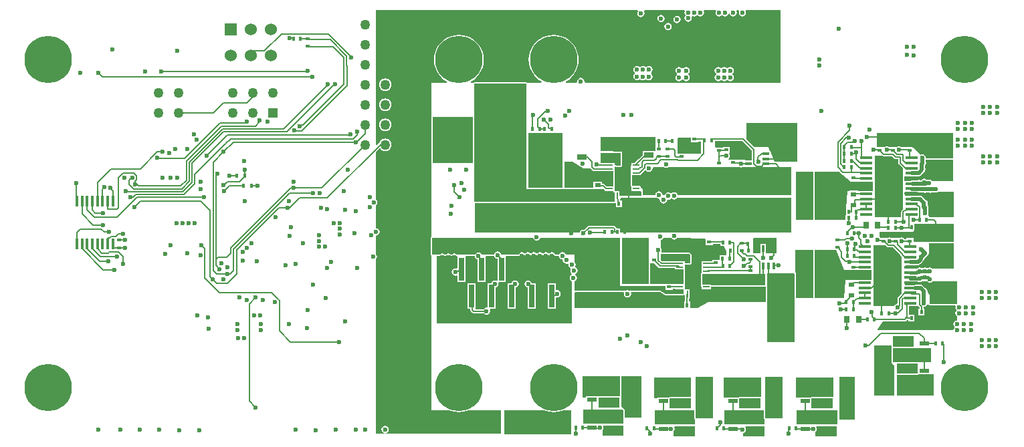
<source format=gtl>
G04*
G04 #@! TF.GenerationSoftware,Altium Limited,Altium Designer,19.1.5 (86)*
G04*
G04 Layer_Physical_Order=1*
G04 Layer_Color=255*
%FSLAX44Y44*%
%MOMM*%
G71*
G01*
G75*
%ADD10C,0.2000*%
%ADD16C,0.5000*%
%ADD17R,0.8000X0.6000*%
%ADD18R,0.6000X0.4000*%
%ADD19R,0.4000X0.6000*%
%ADD20R,0.6000X0.4500*%
%ADD21R,0.7400X2.9200*%
%ADD22R,1.3000X0.8000*%
%ADD23R,1.3716X0.5080*%
%ADD24R,0.3500X1.4000*%
%ADD25R,0.4500X0.6000*%
%ADD26R,1.2700X0.5588*%
%ADD27R,0.9000X0.2600*%
%ADD28R,0.2600X0.9000*%
%ADD29R,2.0700X3.0700*%
%ADD30R,1.0000X1.6000*%
%ADD31R,1.3000X0.7000*%
%ADD32R,0.7000X0.9000*%
%ADD33R,2.0250X2.6800*%
%ADD34R,1.5700X0.4100*%
%ADD35R,0.7000X1.3000*%
%ADD36R,0.5000X0.9000*%
%ADD37R,0.3500X0.8500*%
%ADD38R,5.4100X1.8800*%
%ADD39R,1.4224X5.4102*%
%ADD40R,1.6000X1.0000*%
%ADD41R,0.9000X0.5000*%
%ADD42R,0.8500X0.3500*%
%ADD61C,0.4000*%
%ADD62C,1.2700*%
%ADD63R,1.2700X1.2700*%
%ADD64C,6.0000*%
%ADD65C,1.5240*%
%ADD66R,1.5240X1.5240*%
%ADD67C,0.6000*%
G36*
X1181710Y653390D02*
X934293Y653390D01*
X933488Y654372D01*
X933613Y655000D01*
X933261Y656765D01*
X932262Y658262D01*
X930765Y659261D01*
X929000Y659613D01*
X927235Y659261D01*
X925738Y658262D01*
X924738Y656765D01*
X924387Y655000D01*
X924512Y654372D01*
X923707Y653390D01*
X910181D01*
X909822Y654660D01*
X913197Y656728D01*
X916970Y659950D01*
X920192Y663723D01*
X922785Y667954D01*
X924684Y672538D01*
X925842Y677363D01*
X926232Y682310D01*
X925842Y687257D01*
X924684Y692082D01*
X922785Y696666D01*
X920192Y700897D01*
X916970Y704670D01*
X913197Y707892D01*
X908966Y710485D01*
X904382Y712384D01*
X899557Y713542D01*
X894610Y713932D01*
X889663Y713542D01*
X884838Y712384D01*
X880254Y710485D01*
X876023Y707892D01*
X872250Y704670D01*
X869028Y700897D01*
X866435Y696666D01*
X864536Y692082D01*
X863378Y687257D01*
X862989Y682310D01*
X863378Y677363D01*
X864536Y672538D01*
X866435Y667954D01*
X869028Y663723D01*
X872250Y659950D01*
X876023Y656728D01*
X879398Y654660D01*
X879039Y653390D01*
X861317D01*
X860400Y653770D01*
X794360D01*
X793444Y653390D01*
X790181D01*
X789822Y654660D01*
X793197Y656728D01*
X796970Y659950D01*
X800192Y663723D01*
X802785Y667954D01*
X804684Y672538D01*
X805842Y677363D01*
X806232Y682310D01*
X805842Y687257D01*
X804684Y692082D01*
X802785Y696666D01*
X800192Y700897D01*
X796970Y704670D01*
X793197Y707892D01*
X788966Y710485D01*
X784382Y712384D01*
X779557Y713542D01*
X774610Y713932D01*
X769663Y713542D01*
X764838Y712384D01*
X760254Y710485D01*
X756023Y707892D01*
X752250Y704670D01*
X749028Y700897D01*
X746435Y696666D01*
X744536Y692082D01*
X743378Y687257D01*
X742989Y682310D01*
X743378Y677363D01*
X744536Y672538D01*
X746435Y667954D01*
X749028Y663723D01*
X752250Y659950D01*
X756023Y656728D01*
X759398Y654660D01*
X759039Y653390D01*
X739992D01*
Y610794D01*
X739750Y610210D01*
X739750Y551790D01*
X739992Y551206D01*
Y458004D01*
X739854Y457946D01*
X739370Y456780D01*
Y435533D01*
X739854Y434366D01*
X739992Y434309D01*
X739992Y238100D01*
X762753Y238100D01*
X764838Y237236D01*
X769663Y236078D01*
X774610Y235688D01*
X779557Y236078D01*
X784382Y237236D01*
X786467Y238100D01*
X827622Y238100D01*
X827622Y208203D01*
X682959Y208203D01*
X681968Y208876D01*
X681968Y208876D01*
X681968D01*
X681909Y209473D01*
X681973Y209485D01*
X683095Y209708D01*
X684592Y210708D01*
X685592Y212205D01*
X685943Y213970D01*
X685592Y215735D01*
X684592Y217232D01*
X683095Y218232D01*
X681330Y218583D01*
X679565Y218232D01*
X678068Y217232D01*
X677068Y215735D01*
X676717Y213970D01*
X677068Y212205D01*
X678068Y210708D01*
X679565Y209708D01*
X680687Y209485D01*
X680751Y209473D01*
X680692Y208876D01*
X680692D01*
X680692Y208876D01*
X679701Y208203D01*
X669900D01*
X669900Y429998D01*
X670603Y431051D01*
X670955Y432816D01*
X670603Y434581D01*
X669900Y435634D01*
Y459547D01*
X669900Y459547D01*
X671665Y459898D01*
X673162Y460898D01*
X674162Y462395D01*
X674513Y464160D01*
X674162Y465925D01*
X673162Y467422D01*
X671665Y468422D01*
X669900Y468773D01*
X669900Y468773D01*
Y498305D01*
X670275Y498556D01*
X671275Y500052D01*
X671626Y501817D01*
X671275Y503582D01*
X670275Y505079D01*
X669900Y505329D01*
Y565738D01*
X673940Y569778D01*
X675207Y569695D01*
X675714Y569034D01*
X677359Y567772D01*
X679275Y566979D01*
X681330Y566708D01*
X683386Y566979D01*
X685301Y567772D01*
X686946Y569034D01*
X688208Y570679D01*
X689001Y572594D01*
X689272Y574650D01*
X689001Y576706D01*
X688208Y578621D01*
X686946Y580266D01*
X685301Y581528D01*
X683386Y582321D01*
X681330Y582592D01*
X679275Y582321D01*
X677359Y581528D01*
X675714Y580266D01*
X674452Y578621D01*
X673659Y576706D01*
X673654Y576671D01*
X673352Y576470D01*
X671073Y574191D01*
X669900Y574677D01*
X669900Y657200D01*
X669900Y744902D01*
X1000806D01*
X1001484Y743632D01*
X1000919Y742785D01*
X1000567Y741020D01*
X1000919Y739255D01*
X1001918Y737758D01*
X1003415Y736758D01*
X1005180Y736407D01*
X1006945Y736758D01*
X1008442Y737758D01*
X1009442Y739255D01*
X1009793Y741020D01*
X1009442Y742785D01*
X1008876Y743632D01*
X1009554Y744902D01*
X1060188D01*
X1060787Y743782D01*
X1060609Y743515D01*
X1060257Y741750D01*
X1060609Y739985D01*
X1061608Y738488D01*
Y738328D01*
X1060609Y736831D01*
X1060257Y735066D01*
X1060609Y733301D01*
X1061608Y731804D01*
X1063105Y730805D01*
X1064870Y730453D01*
X1066635Y730805D01*
X1068132Y731804D01*
X1069131Y733301D01*
X1069483Y735066D01*
X1069131Y736831D01*
X1068897Y737183D01*
X1069812Y738098D01*
X1070725Y737488D01*
X1072490Y737137D01*
X1074255Y737488D01*
X1075551Y738354D01*
X1076370Y738485D01*
X1077189Y738354D01*
X1078485Y737488D01*
X1080250Y737137D01*
X1082015Y737488D01*
X1083512Y738488D01*
X1084511Y739985D01*
X1084863Y741750D01*
X1084511Y743515D01*
X1084333Y743782D01*
X1084932Y744902D01*
X1099558D01*
X1100157Y743782D01*
X1099978Y743515D01*
X1099627Y741750D01*
X1099978Y739985D01*
X1100978Y738488D01*
X1102475Y737488D01*
X1104240Y737137D01*
X1106005Y737488D01*
X1107182Y738275D01*
X1107976Y738420D01*
X1108896Y738289D01*
X1110039Y737525D01*
X1111804Y737174D01*
X1113569Y737525D01*
X1115066Y738525D01*
X1116066Y740021D01*
X1116251Y740953D01*
X1117546D01*
X1117738Y739985D01*
X1118738Y738488D01*
X1120235Y737488D01*
X1122000Y737137D01*
X1123765Y737488D01*
X1125262Y738488D01*
X1126262Y739985D01*
X1126613Y741750D01*
X1126262Y743515D01*
X1126083Y743782D01*
X1126682Y744902D01*
X1128818D01*
X1129417Y743782D01*
X1129239Y743515D01*
X1128887Y741750D01*
X1129239Y739985D01*
X1130238Y738488D01*
X1131735Y737488D01*
X1133500Y737137D01*
X1135265Y737488D01*
X1136762Y738488D01*
X1137762Y739985D01*
X1138113Y741750D01*
X1137762Y743515D01*
X1137583Y743782D01*
X1138182Y744902D01*
X1181710D01*
X1181710Y653390D01*
D02*
G37*
G36*
X1068476Y583380D02*
Y577976D01*
X1077524D01*
Y578927D01*
X1081250D01*
X1081250Y563250D01*
X1061024D01*
Y563274D01*
X1052270D01*
X1051373Y563775D01*
X1051000Y564148D01*
X1051000Y582594D01*
X1051901Y583489D01*
X1068476Y583380D01*
D02*
G37*
G36*
X1400150Y557250D02*
X1366180D01*
X1365710Y557822D01*
X1365359Y559588D01*
X1364359Y561084D01*
X1362863Y562084D01*
X1361098Y562435D01*
X1359332Y562084D01*
X1358914Y561805D01*
X1350064Y570655D01*
Y571134D01*
X1349585D01*
X1348609Y572110D01*
X1334011D01*
X1333335Y572561D01*
X1331570Y572913D01*
X1329805Y572561D01*
X1329129Y572110D01*
X1318771D01*
X1318095Y572561D01*
X1316330Y572913D01*
X1314565Y572561D01*
X1313889Y572110D01*
X1303630D01*
Y589890D01*
X1400150D01*
Y557250D01*
D02*
G37*
G36*
X1023250Y572774D02*
X1023226D01*
Y566364D01*
X1007316D01*
Y561801D01*
X1002385Y556870D01*
X1001370D01*
X996294Y551794D01*
X993146D01*
Y548646D01*
X992480Y547980D01*
Y525120D01*
X992544D01*
Y522580D01*
X993028Y521414D01*
X993146Y521365D01*
Y516146D01*
X1004800D01*
X1006070Y515239D01*
X1006070Y511150D01*
X1006116Y511040D01*
X1005411Y509984D01*
X977644D01*
Y515644D01*
X972716D01*
X972666Y515762D01*
X972096Y515999D01*
Y516146D01*
X971612Y517312D01*
X971494Y517361D01*
Y520578D01*
X971612Y520628D01*
X972096Y521794D01*
Y541146D01*
X971612Y542312D01*
X971494Y542361D01*
Y545796D01*
X972415Y546988D01*
X975595Y546701D01*
X975671Y546725D01*
X975744Y546694D01*
X979780D01*
X980946Y547178D01*
X981430Y548344D01*
X981430Y564490D01*
X980946Y565656D01*
X979780Y566140D01*
X970024D01*
Y566254D01*
X954380D01*
Y584250D01*
X1023250D01*
Y572774D01*
D02*
G37*
G36*
X1145271Y567590D02*
Y555500D01*
X1126544D01*
Y555644D01*
X1117496D01*
Y555500D01*
X1115807D01*
X1115421Y556770D01*
X1116392Y557418D01*
X1117392Y558915D01*
X1117743Y560680D01*
X1117392Y562445D01*
X1116683Y563506D01*
X1117255Y564776D01*
X1117654D01*
Y571824D01*
X1108606D01*
Y570884D01*
X1100520D01*
X1099250Y571961D01*
X1099250Y579311D01*
X1133550D01*
X1145271Y567590D01*
D02*
G37*
G36*
X1203300Y553096D02*
X1173801D01*
X1168844Y565611D01*
Y566644D01*
X1168435D01*
X1166491Y571553D01*
X1148587D01*
X1138530Y581609D01*
Y602000D01*
X1203300D01*
X1203300Y553096D01*
D02*
G37*
G36*
X792710Y610210D02*
Y551790D01*
X741400Y551790D01*
X741400Y610210D01*
X792710Y610210D01*
D02*
G37*
G36*
X979780Y548344D02*
X975744D01*
X971494Y548727D01*
Y551794D01*
X965278D01*
X965205Y551808D01*
X954380D01*
X954380Y564490D01*
X979780Y564490D01*
X979780Y548344D01*
D02*
G37*
G36*
X1034186Y546500D02*
X1035285Y545765D01*
X1037051Y545414D01*
X1038816Y545765D01*
X1039915Y546500D01*
X1130053Y546500D01*
X1130415Y546259D01*
X1132180Y545907D01*
X1133945Y546259D01*
X1134307Y546500D01*
X1195500Y546500D01*
X1195500Y511150D01*
X1051450Y511150D01*
X1051351Y511645D01*
X1050352Y513142D01*
X1048855Y514142D01*
X1047090Y514493D01*
X1045325Y514142D01*
X1043828Y513142D01*
X1043782Y513073D01*
X1042218Y513017D01*
X1041066Y513786D01*
X1039301Y514137D01*
X1037535Y513786D01*
X1036039Y512786D01*
X1035039Y511290D01*
X1035011Y511150D01*
X1033923D01*
X1032653Y511150D01*
X1032301Y512915D01*
X1031302Y514412D01*
X1029805Y515411D01*
X1028040Y515763D01*
X1026275Y515411D01*
X1024778Y514412D01*
X1023779Y512915D01*
X1023427Y511150D01*
X1022157Y511150D01*
X1007720D01*
X1007720Y518770D01*
X1005194Y521296D01*
Y521794D01*
X1004696D01*
X1003910Y522580D01*
X994194D01*
Y536146D01*
X1005194D01*
Y537050D01*
X1005389Y537180D01*
X1010350Y542141D01*
X1011614Y542017D01*
X1011980Y541468D01*
X1013477Y540468D01*
X1015242Y540117D01*
X1017007Y540468D01*
X1018504Y541468D01*
X1019503Y542965D01*
X1019855Y544730D01*
X1019755Y545230D01*
X1020797Y546500D01*
X1034186Y546500D01*
D02*
G37*
G36*
X1400150Y528930D02*
X1373150D01*
X1373078Y529037D01*
X1371582Y530037D01*
X1369817Y530388D01*
X1368052Y530037D01*
X1367776Y529853D01*
X1367202D01*
X1366762Y530512D01*
X1365265Y531511D01*
X1363500Y531863D01*
X1361735Y531511D01*
X1360238Y530512D01*
X1359623Y529591D01*
X1359359D01*
X1359121Y529749D01*
X1357356Y530101D01*
X1355591Y529749D01*
X1355353Y529591D01*
X1348410D01*
X1346840Y529278D01*
X1346369Y528964D01*
X1338086D01*
Y534816D01*
X1347369D01*
X1347886Y534713D01*
X1356977D01*
X1358547Y535025D01*
X1359878Y535915D01*
X1363681Y539718D01*
X1364570Y541049D01*
X1364605Y541224D01*
X1365042Y541877D01*
X1365393Y543642D01*
X1365042Y545407D01*
X1364883Y545645D01*
Y548202D01*
X1365677Y549390D01*
X1366028Y551155D01*
X1365677Y552920D01*
X1365518Y553158D01*
Y555600D01*
X1400150D01*
Y528930D01*
D02*
G37*
G36*
X918820Y553060D02*
X931660Y544500D01*
X941245D01*
X943595Y542150D01*
X944430Y541592D01*
X945414Y541397D01*
X959446D01*
Y541146D01*
X970446D01*
Y521794D01*
X965360D01*
X965235Y521878D01*
X964250Y522074D01*
X961590D01*
X959094Y524570D01*
X958259Y525128D01*
X957274Y525323D01*
X956024D01*
Y527774D01*
X944976D01*
Y520250D01*
X908660Y520250D01*
X908660Y553060D01*
X918820Y553060D01*
D02*
G37*
G36*
X906120Y519900D02*
X862940D01*
X862940Y589890D01*
X906120D01*
X906120Y519900D01*
D02*
G37*
G36*
X1255878Y540360D02*
X1271118Y527660D01*
X1298550Y527660D01*
Y516230D01*
X1279944Y516230D01*
Y516324D01*
X1268896D01*
Y516230D01*
X1266318D01*
X1264791Y494084D01*
X1264586D01*
Y491113D01*
X1263778Y479400D01*
X1224890Y479400D01*
X1224890Y540360D01*
X1255878Y540360D01*
D02*
G37*
G36*
X1401402Y483210D02*
X1370074D01*
Y483924D01*
X1369432D01*
X1368660Y486239D01*
X1368851Y486525D01*
X1369203Y488290D01*
X1368851Y490055D01*
X1368693Y490293D01*
Y492637D01*
X1368851Y492875D01*
X1369203Y494640D01*
X1368851Y496405D01*
X1367852Y497902D01*
X1367661Y499225D01*
X1368012Y500990D01*
X1367661Y502755D01*
X1366661Y504252D01*
X1365165Y505252D01*
X1364785Y505327D01*
X1361747Y508365D01*
X1361152Y508763D01*
X1360780Y509880D01*
X1339190D01*
X1338170Y513959D01*
X1338952Y514960D01*
X1346108D01*
X1347580Y514667D01*
X1347691Y514689D01*
X1355197D01*
X1355303Y514710D01*
X1355505Y514576D01*
X1357075Y514263D01*
X1362428D01*
X1362801Y514014D01*
X1364567Y513663D01*
X1366332Y514014D01*
X1366705Y514263D01*
X1369574D01*
X1369985Y513988D01*
X1371750Y513637D01*
X1373515Y513988D01*
X1373926Y514263D01*
X1378028D01*
X1378560Y514157D01*
X1380325Y514509D01*
X1381001Y514960D01*
X1401402D01*
Y483210D01*
D02*
G37*
G36*
X860400Y518250D02*
X958135D01*
X958705Y517680D01*
X959446Y517185D01*
Y516146D01*
X970446D01*
Y514596D01*
X971500D01*
Y502260D01*
X794360D01*
Y652120D01*
X860400D01*
Y518250D01*
D02*
G37*
G36*
X1026093Y507010D02*
X1026275Y506889D01*
X1028040Y506537D01*
X1028811Y505396D01*
X1028688Y504775D01*
X1029039Y503009D01*
X1030039Y501513D01*
X1031535Y500513D01*
X1033300Y500162D01*
X1035066Y500513D01*
X1036562Y501513D01*
X1037562Y503009D01*
X1037766Y504037D01*
X1039073Y504958D01*
X1039301Y504912D01*
X1041066Y505263D01*
X1042546Y506252D01*
X1042565Y506264D01*
X1042853Y506345D01*
X1044138Y506411D01*
X1045325Y505619D01*
X1047090Y505267D01*
X1048855Y505619D01*
X1050352Y506618D01*
X1050613Y507010D01*
X1195250Y507010D01*
X1195250Y463250D01*
X1048992D01*
X1048855Y463341D01*
X1047090Y463693D01*
X1045325Y463341D01*
X1045188Y463250D01*
X978804Y463250D01*
Y468684D01*
X974331D01*
X974248Y469105D01*
X973690Y469940D01*
X972126Y471504D01*
X971291Y472062D01*
X970306Y472257D01*
X939434D01*
X938449Y472062D01*
X937614Y471504D01*
X932812Y466701D01*
X932000Y466863D01*
X930235Y466511D01*
X928738Y465512D01*
X927738Y464015D01*
X927586Y463250D01*
X794698D01*
Y500610D01*
X971500D01*
X972247Y500920D01*
X972376Y500925D01*
X972512Y500901D01*
X973546Y500314D01*
Y495196D01*
X981094D01*
Y504244D01*
X978643D01*
Y505170D01*
X978530Y505740D01*
X979155Y506787D01*
X979404Y507010D01*
X1026093D01*
D02*
G37*
G36*
X1311289Y560398D02*
X1312274Y560203D01*
X1323232D01*
X1326003Y557432D01*
X1326837Y556875D01*
X1327822Y556679D01*
X1330988D01*
Y551819D01*
X1331184Y550834D01*
X1331742Y549999D01*
X1336650Y545091D01*
Y535332D01*
X1336436Y534816D01*
Y528964D01*
X1336650Y528448D01*
Y514179D01*
X1336533Y513757D01*
X1336586Y513665D01*
X1336570Y513559D01*
X1336650Y513239D01*
Y492689D01*
X1335266Y491305D01*
X1334708Y490470D01*
X1334512Y489486D01*
Y483210D01*
X1301090D01*
Y560680D01*
X1310868D01*
X1311289Y560398D01*
D02*
G37*
G36*
X1223240Y479400D02*
X1201500D01*
Y540360D01*
X1223240D01*
X1223240Y479400D01*
D02*
G37*
G36*
X1401402Y451655D02*
X1369670Y451655D01*
X1369199Y451460D01*
X1350064D01*
Y456254D01*
X1341016D01*
Y455303D01*
X1339101D01*
X1338642Y455992D01*
X1337145Y456992D01*
X1335380Y457343D01*
X1333615Y456992D01*
X1333331Y456802D01*
X1332284Y456254D01*
Y456254D01*
X1332284Y456254D01*
X1323236D01*
X1323236Y456254D01*
Y456254D01*
X1322194Y456799D01*
X1321905Y456992D01*
X1320140Y457343D01*
X1318375Y456992D01*
X1318091Y456802D01*
X1317044Y456254D01*
Y456254D01*
X1317044Y456254D01*
X1308835D01*
X1308162Y457262D01*
X1307440Y457744D01*
X1307440Y464160D01*
X1350620Y464160D01*
Y465692D01*
X1350914Y465986D01*
X1350914D01*
Y474320D01*
X1401402Y474320D01*
Y451655D01*
D02*
G37*
G36*
X979000Y395750D02*
X1036216D01*
Y390616D01*
X1045264D01*
Y391877D01*
X1048346D01*
Y391686D01*
X1059000D01*
Y386403D01*
X1058097Y385510D01*
X1036153Y385750D01*
X1029710Y390000D01*
X989782D01*
X989765Y390011D01*
X988000Y390363D01*
X986235Y390011D01*
X986218Y390000D01*
X979000D01*
X921360Y390000D01*
Y401542D01*
X922806Y402508D01*
X923806Y404005D01*
X924157Y405770D01*
X923806Y407535D01*
X922806Y409031D01*
X922137Y409479D01*
X922106Y409987D01*
X922284Y410908D01*
X923557Y411759D01*
X924556Y413255D01*
X924908Y415020D01*
X924556Y416785D01*
X923557Y418282D01*
X922469Y419009D01*
X922011Y420299D01*
X921997Y420589D01*
X922262Y420985D01*
X922613Y422750D01*
X922262Y424515D01*
X921360Y425864D01*
Y435533D01*
X909856D01*
X909806Y435786D01*
X908806Y437283D01*
X907309Y438283D01*
X905544Y438634D01*
X903779Y438283D01*
X902283Y437283D01*
X901283Y435786D01*
X901232Y435533D01*
X896927D01*
X896898Y435680D01*
X895898Y437176D01*
X894401Y438176D01*
X892636Y438527D01*
X890871Y438176D01*
X889672Y437375D01*
X888826Y437255D01*
X887980Y437375D01*
X886781Y438176D01*
X885016Y438527D01*
X883251Y438176D01*
X882052Y437375D01*
X881206Y437255D01*
X880360Y437375D01*
X879161Y438176D01*
X877396Y438527D01*
X875631Y438176D01*
X874432Y437375D01*
X873586Y437255D01*
X872740Y437375D01*
X871541Y438176D01*
X869776Y438527D01*
X868011Y438176D01*
X866812Y437375D01*
X865966Y437255D01*
X865120Y437375D01*
X863921Y438176D01*
X862156Y438527D01*
X860391Y438176D01*
X859192Y437375D01*
X858346Y437255D01*
X857500Y437375D01*
X856301Y438176D01*
X854536Y438527D01*
X852771Y438176D01*
X851274Y437176D01*
X850275Y435680D01*
X850245Y435533D01*
X828067Y435533D01*
X827831Y436715D01*
X826832Y438212D01*
X825335Y439212D01*
X823570Y439563D01*
X821805Y439212D01*
X820308Y438212D01*
X819308Y436715D01*
X819073Y435533D01*
X803643D01*
X802702Y436942D01*
X801205Y437942D01*
X799440Y438293D01*
X797675Y437942D01*
X796178Y436942D01*
X795237Y435533D01*
X772315D01*
X772222Y435672D01*
X770725Y436671D01*
X768960Y437023D01*
X767195Y436671D01*
X765844Y435769D01*
X764602Y435672D01*
X763105Y436671D01*
X761340Y437023D01*
X759575Y436671D01*
X758224Y435769D01*
X757530Y435714D01*
X756836Y435769D01*
X755485Y436671D01*
X753720Y437023D01*
X751955Y436671D01*
X750458Y435672D01*
X750366Y435533D01*
X741020D01*
Y456780D01*
X868692D01*
X868839Y456045D01*
X869838Y454548D01*
X871335Y453549D01*
X873100Y453197D01*
X874865Y453549D01*
X876362Y454548D01*
X877362Y456045D01*
X877508Y456780D01*
X979000D01*
X979000Y395750D01*
D02*
G37*
G36*
X1177000Y456296D02*
X1177000Y437250D01*
X1164354D01*
X1163244Y437636D01*
Y449184D01*
X1156696D01*
Y437636D01*
X1155586Y437250D01*
X1147648D01*
X1146750Y438148D01*
X1146750Y455594D01*
X1147651Y456489D01*
X1177000Y456296D01*
D02*
G37*
G36*
X1067410Y435322D02*
X1067410Y424510D01*
X1060394D01*
Y427334D01*
X1048346D01*
Y427083D01*
X1031826D01*
X1030580Y428330D01*
X1030580Y436220D01*
X1066512Y436220D01*
X1067410Y435322D01*
D02*
G37*
G36*
X1401402Y450005D02*
Y417355D01*
X1385502Y417355D01*
X1374561D01*
X1374202Y417892D01*
X1372705Y418891D01*
X1370940Y419243D01*
X1369175Y418891D01*
X1368174Y418223D01*
X1367356D01*
X1366355Y418891D01*
X1364590Y419243D01*
X1362825Y418891D01*
X1361681Y418127D01*
X1360597D01*
X1359597Y418796D01*
X1357832Y419147D01*
X1356067Y418796D01*
X1354570Y417796D01*
X1354276Y417355D01*
X1340058D01*
Y422226D01*
X1344406D01*
X1344730Y422010D01*
X1346300Y421697D01*
X1347870Y422010D01*
X1348040Y422123D01*
X1355817D01*
X1357387Y422435D01*
X1358718Y423325D01*
X1361127Y425734D01*
X1361683Y425823D01*
X1367215Y433803D01*
X1367852Y434228D01*
X1368851Y435725D01*
X1368974Y436340D01*
X1369670Y437344D01*
Y450005D01*
X1401402Y450005D01*
D02*
G37*
G36*
X895526Y434763D02*
X895623Y434699D01*
X895760Y434366D01*
X895916Y434302D01*
X896010Y434161D01*
X896482Y434067D01*
X896927Y433883D01*
X900959D01*
X901283Y432256D01*
X902283Y430760D01*
X903779Y429760D01*
X905544Y429409D01*
X906005Y428948D01*
X906188Y428242D01*
X906533Y426506D01*
X907533Y425009D01*
X909029Y424009D01*
X910794Y423658D01*
X912334Y423965D01*
X913060Y423488D01*
X913453Y423079D01*
X913387Y422750D01*
X913738Y420985D01*
X914738Y419488D01*
X915907Y418708D01*
X916235Y418489D01*
X916298Y417181D01*
X916033Y416785D01*
X915682Y415020D01*
X916033Y413255D01*
X917033Y411759D01*
X917747Y411282D01*
X917771Y410366D01*
X917752Y410013D01*
X916283Y409031D01*
X915283Y407535D01*
X914932Y405770D01*
X915283Y404005D01*
X916283Y402508D01*
X917780Y401508D01*
X917899Y401485D01*
X917899Y348590D01*
X746449Y348590D01*
X746449Y433883D01*
X750366D01*
X750522Y433948D01*
X750687Y433915D01*
X751087Y434182D01*
X751370Y434299D01*
X751375Y434300D01*
X751379Y434303D01*
X751532Y434366D01*
X751554Y434420D01*
X752348Y434950D01*
X755092D01*
X755920Y434397D01*
X756332Y434315D01*
X756708Y434124D01*
X757401Y434070D01*
X757530Y434112D01*
X757659Y434070D01*
X758353Y434124D01*
X758727Y434315D01*
X759140Y434397D01*
X759968Y434950D01*
X762712D01*
X763685Y434300D01*
X764216Y434194D01*
X764730Y434027D01*
X765973Y434124D01*
X766348Y434315D01*
X766760Y434397D01*
X767588Y434950D01*
X770332D01*
X771126Y434420D01*
X771148Y434366D01*
X771301Y434303D01*
X771305Y434300D01*
X771310Y434299D01*
X771593Y434182D01*
X771702Y434109D01*
X772081Y433767D01*
X772559Y432962D01*
X772626Y432710D01*
Y418611D01*
X771356Y417749D01*
X770230Y417973D01*
X768465Y417621D01*
X766968Y416622D01*
X765968Y415125D01*
X765617Y413360D01*
X765968Y411595D01*
X766968Y410098D01*
X768465Y409099D01*
X770230Y408747D01*
X771356Y408971D01*
X772626Y408109D01*
Y401026D01*
X783074D01*
Y432613D01*
X783074Y433274D01*
X784092Y433883D01*
X794661D01*
X794827Y433680D01*
X795179Y431915D01*
X796178Y430418D01*
X797675Y429418D01*
X798026Y429349D01*
Y401026D01*
X808474D01*
Y433274D01*
X809492Y433883D01*
X819073D01*
X819181Y433825D01*
X819308Y433185D01*
X820308Y431688D01*
X821805Y430689D01*
X823426Y430366D01*
Y402712D01*
X822306Y402113D01*
X822055Y402281D01*
X820290Y402632D01*
X818525Y402281D01*
X817028Y401281D01*
X816029Y399785D01*
X815867Y398974D01*
X810726D01*
Y369220D01*
X809744Y368414D01*
X809600Y368443D01*
X807835Y368092D01*
X806338Y367092D01*
X805879Y366404D01*
X796910D01*
X795774Y366726D01*
Y398974D01*
X785326D01*
Y366726D01*
X789247D01*
Y365100D01*
X789442Y364115D01*
X790000Y363280D01*
X791270Y362010D01*
X792105Y361452D01*
X793090Y361257D01*
X805879D01*
X806338Y360568D01*
X807835Y359568D01*
X809600Y359217D01*
X811365Y359568D01*
X812862Y360568D01*
X813861Y362065D01*
X814213Y363830D01*
X813889Y365456D01*
X813981Y365843D01*
X814453Y366726D01*
X821174D01*
Y393583D01*
X822055Y393758D01*
X823552Y394758D01*
X824551Y396254D01*
X824903Y398019D01*
X824557Y399756D01*
X824515Y399985D01*
X825241Y401026D01*
X833874D01*
Y433274D01*
X834892Y433883D01*
X850245Y433883D01*
X850690Y434067D01*
X851161Y434161D01*
X851255Y434302D01*
X851412Y434366D01*
X851549Y434699D01*
X851646Y434763D01*
X851771Y434950D01*
X895401D01*
X895526Y434763D01*
D02*
G37*
G36*
X1405230Y372720D02*
X1370940D01*
X1370940Y384161D01*
X1367766Y388122D01*
X1367933Y388959D01*
X1367581Y390725D01*
X1366582Y392221D01*
X1365085Y393221D01*
X1364805Y393277D01*
X1362307Y395775D01*
X1360975Y396665D01*
X1359405Y396977D01*
X1351650D01*
X1351133Y396874D01*
X1339184D01*
X1338170Y400929D01*
X1338952Y401930D01*
X1345551D01*
X1346300Y401781D01*
X1354420D01*
X1354467Y401749D01*
X1354526Y401660D01*
X1356023Y400661D01*
X1357788Y400309D01*
X1359553Y400661D01*
X1361050Y401660D01*
X1361230Y401930D01*
X1367196D01*
X1367678Y401208D01*
X1369175Y400209D01*
X1370940Y399857D01*
X1372705Y400209D01*
X1374202Y401208D01*
X1374684Y401930D01*
X1405230D01*
Y372720D01*
D02*
G37*
G36*
X1015340Y398250D02*
X981050Y398250D01*
X981050Y456540D01*
X1015340Y456540D01*
X1015340Y398250D01*
D02*
G37*
G36*
X1021870Y424777D02*
X1027781Y418866D01*
X1028616Y418308D01*
X1029601Y418112D01*
X1048346D01*
Y416686D01*
X1059346D01*
Y398120D01*
X1045264D01*
Y398164D01*
X1036216D01*
Y398120D01*
X1016990D01*
Y424790D01*
X1021862D01*
X1021870Y424777D01*
D02*
G37*
G36*
X1043493Y456321D02*
X1043828Y455818D01*
X1045325Y454818D01*
X1047090Y454467D01*
X1048855Y454818D01*
X1050352Y455818D01*
X1050643Y456255D01*
X1086032Y455924D01*
X1087016Y455234D01*
Y447686D01*
X1096064D01*
Y449176D01*
X1105226D01*
Y446476D01*
X1109744D01*
X1113383Y439720D01*
X1113130Y438574D01*
X1113130D01*
X1113130Y438574D01*
X1112918Y435424D01*
X1112024Y434524D01*
X1104976D01*
Y430107D01*
X1104524Y429024D01*
X1095476D01*
Y427383D01*
X1088370D01*
X1088121Y427334D01*
X1082046D01*
Y421686D01*
Y412466D01*
X1081928Y412416D01*
X1081444Y411250D01*
Y397915D01*
X1062181D01*
X1060996Y399185D01*
Y416686D01*
X1060512Y417852D01*
X1060394Y417901D01*
Y421774D01*
X1060896Y422836D01*
X1066544D01*
Y422860D01*
X1067410D01*
X1068576Y423344D01*
X1069060Y424510D01*
X1069060Y435322D01*
X1068577Y436488D01*
X1067678Y437386D01*
X1066512Y437869D01*
X1031850Y437869D01*
X1030801Y438773D01*
X1030698Y439140D01*
X1030761Y439235D01*
X1031113Y441000D01*
X1030761Y442765D01*
X1030580Y443037D01*
Y453730D01*
X1031002Y453814D01*
X1032499Y454813D01*
X1033499Y456310D01*
X1033519Y456414D01*
X1043493Y456321D01*
D02*
G37*
G36*
X1139226Y411250D02*
Y411226D01*
X1148274D01*
Y411250D01*
X1162660D01*
X1162660Y396850D01*
X1125830Y396850D01*
X1094094Y396850D01*
Y397334D01*
X1083094D01*
Y411250D01*
X1139226Y411250D01*
D02*
G37*
G36*
X1223240Y380340D02*
X1201140D01*
X1201140Y412090D01*
X1200760Y413006D01*
Y441300D01*
X1223240D01*
X1223240Y380340D01*
D02*
G37*
G36*
X1251999Y441300D02*
X1261851Y415900D01*
X1269896Y415900D01*
Y415856D01*
X1278944D01*
X1278944Y415856D01*
X1279526Y415726D01*
X1279526Y415726D01*
X1280160Y415726D01*
X1297280D01*
X1297280Y403374D01*
X1279526D01*
Y403200D01*
X1263515Y403200D01*
X1261939Y380340D01*
X1224890Y380340D01*
X1224890Y441300D01*
X1251999Y441300D01*
D02*
G37*
G36*
X1316032Y445386D02*
X1316867Y444828D01*
X1317852Y444633D01*
X1323710D01*
X1333530Y434813D01*
X1333548Y434720D01*
X1334106Y433885D01*
X1335380Y432611D01*
Y386519D01*
X1330582Y381722D01*
X1330024Y380887D01*
X1329829Y379902D01*
Y373429D01*
X1328535Y373172D01*
X1327038Y372172D01*
X1326039Y370675D01*
X1325940Y370180D01*
X1299820D01*
Y447650D01*
X1313768D01*
X1316032Y445386D01*
D02*
G37*
G36*
X1082046Y394500D02*
Y391686D01*
X1094094D01*
Y394500D01*
X1163550D01*
X1163550Y375260D01*
X1090270D01*
X1077207Y367640D01*
X1067294D01*
Y375974D01*
X1066193D01*
Y379136D01*
X1066544D01*
Y391184D01*
X1060896D01*
X1060414Y392254D01*
X1060394Y392303D01*
Y394500D01*
X1082046D01*
D02*
G37*
G36*
X979000Y388350D02*
X982885D01*
X983652Y387080D01*
X983387Y385750D01*
X983738Y383985D01*
X984738Y382488D01*
X986235Y381488D01*
X988000Y381137D01*
X989765Y381488D01*
X991262Y382488D01*
X992262Y383985D01*
X992613Y385750D01*
X992348Y387080D01*
X993115Y388350D01*
X1029215D01*
X1034726Y384715D01*
Y384476D01*
X1035088D01*
X1035244Y384373D01*
X1035704Y384284D01*
X1036135Y384100D01*
X1058079Y383860D01*
X1058083Y383862D01*
X1058088Y383860D01*
X1058670Y384098D01*
X1059251Y384331D01*
X1059252Y384335D01*
X1059257Y384337D01*
X1059626Y384702D01*
X1060896Y384172D01*
Y379136D01*
X1061047D01*
Y375974D01*
X1059746D01*
Y367640D01*
X921360Y367640D01*
X921360Y387080D01*
X922630Y388350D01*
X979000Y388350D01*
D02*
G37*
G36*
X1369524Y372156D02*
X1369774Y371554D01*
X1370940Y371070D01*
X1402361D01*
X1403335Y369800D01*
X1403157Y368910D01*
X1403508Y367145D01*
X1404310Y365946D01*
X1404430Y365100D01*
X1404310Y364254D01*
X1403508Y363055D01*
X1403157Y361290D01*
X1403508Y359525D01*
X1404508Y358028D01*
X1405230Y357546D01*
Y351933D01*
X1403465Y351581D01*
X1401968Y350582D01*
X1400968Y349085D01*
X1400617Y347320D01*
X1400968Y345555D01*
X1401770Y344356D01*
X1401890Y343510D01*
X1401770Y342664D01*
X1400968Y341465D01*
X1400617Y339700D01*
X1304965D01*
X1304360Y340817D01*
X1310978Y350939D01*
X1339032D01*
X1340017Y351134D01*
X1340852Y351692D01*
X1341526Y352367D01*
X1343866D01*
Y350416D01*
X1350914D01*
Y359464D01*
X1344461D01*
Y370226D01*
X1355674D01*
X1355916Y369972D01*
X1355976Y369882D01*
X1357504Y368354D01*
X1357487Y367084D01*
X1356566D01*
Y358036D01*
X1363614D01*
Y367084D01*
X1363125D01*
X1362762Y368292D01*
X1363408Y369395D01*
X1365085Y369729D01*
X1366582Y370728D01*
X1367552Y372181D01*
X1369524Y372156D01*
D02*
G37*
G36*
X1199490Y410876D02*
X1199490Y380340D01*
X1199490Y324460D01*
X1165200Y324460D01*
X1165200Y412090D01*
X1198356D01*
X1199490Y410876D01*
D02*
G37*
G36*
X1350620Y318490D02*
X1325220D01*
X1323950Y319760D01*
X1323950Y332080D01*
X1350620D01*
X1350620Y318490D01*
D02*
G37*
G36*
X1372210Y299060D02*
X1323950D01*
Y316840D01*
X1372210D01*
Y299060D01*
D02*
G37*
G36*
X1355700Y285090D02*
X1329030D01*
X1329030Y297410D01*
X1355700D01*
X1355700Y285090D01*
D02*
G37*
G36*
X1376020Y257150D02*
X1329030D01*
Y283440D01*
X1355700D01*
X1356616Y283820D01*
X1376020D01*
Y257150D01*
D02*
G37*
G36*
X1321993Y297928D02*
X1325803Y294118D01*
X1325803Y257150D01*
X1300403Y257150D01*
X1300403Y320650D01*
X1321993D01*
X1321993Y297928D01*
D02*
G37*
G36*
X1248385Y255847D02*
X1247750Y254736D01*
X1221080D01*
X1220777Y254610D01*
X1201395D01*
Y280010D01*
X1248385D01*
Y255847D01*
D02*
G37*
G36*
X1156945D02*
X1156310Y254736D01*
X1129640D01*
X1129337Y254610D01*
X1109955D01*
Y280010D01*
X1156945D01*
Y255847D01*
D02*
G37*
G36*
X978455Y256430D02*
X977820Y256006D01*
X951150D01*
X950847Y255880D01*
X935402D01*
Y254610D01*
X931465D01*
Y281280D01*
X978455D01*
Y256430D01*
D02*
G37*
G36*
X1068735Y255160D02*
X1068100Y254736D01*
X1041430D01*
X1041127Y254610D01*
X1025682D01*
Y253340D01*
X1021745D01*
Y280010D01*
X1068735D01*
Y255160D01*
D02*
G37*
G36*
X977820Y241656D02*
X951150D01*
X951150Y254356D01*
X977820D01*
X977820Y241656D01*
D02*
G37*
G36*
X1247750Y240386D02*
X1221080D01*
X1221080Y253086D01*
X1247750D01*
X1247750Y240386D01*
D02*
G37*
G36*
X1156310D02*
X1129640D01*
X1129640Y253086D01*
X1156310D01*
X1156310Y240386D01*
D02*
G37*
G36*
X1068100D02*
X1041430D01*
X1041430Y253086D01*
X1068100D01*
X1068100Y240386D01*
D02*
G37*
G36*
X1005760Y281501D02*
X1005760Y229210D01*
X984170D01*
X984170Y239149D01*
X980360Y242959D01*
X980360Y281501D01*
X1005760Y281501D01*
D02*
G37*
G36*
X1184250Y227940D02*
X1162660D01*
X1162660Y237879D01*
X1162660Y280231D01*
X1184250D01*
X1184250Y227940D01*
D02*
G37*
G36*
X1096040D02*
X1074450D01*
X1074450Y237879D01*
X1074450Y280231D01*
X1096040D01*
X1096040Y227940D01*
D02*
G37*
G36*
X1275690Y226670D02*
X1264260Y226670D01*
X1256640Y226670D01*
X1256640Y238100D01*
X1256640Y280231D01*
X1275690Y280231D01*
X1275690Y226670D01*
D02*
G37*
G36*
X982520Y238465D02*
X982521Y229210D01*
X982900Y228294D01*
Y221590D01*
X932100D01*
Y239370D01*
X981616D01*
X982520Y238465D01*
D02*
G37*
G36*
X1254100Y220320D02*
X1202030D01*
Y238100D01*
X1254100D01*
Y220320D01*
D02*
G37*
G36*
X1161010Y237879D02*
X1161011Y227940D01*
X1161390Y227024D01*
Y220320D01*
X1110590D01*
Y238100D01*
X1161010D01*
Y237879D01*
D02*
G37*
G36*
X1072800D02*
X1072800Y227940D01*
X1073180Y227024D01*
Y220320D01*
X1022380D01*
Y238100D01*
X1072800D01*
Y237879D01*
D02*
G37*
G36*
X882753Y238100D02*
X884838Y237236D01*
X889663Y236078D01*
X894610Y235688D01*
X899557Y236078D01*
X904382Y237236D01*
X906467Y238100D01*
X916750D01*
X916750Y207620D01*
X832460Y207620D01*
X832460Y238100D01*
X882753Y238100D01*
D02*
G37*
G36*
X982900Y206350D02*
X956230D01*
Y212545D01*
X956285Y212582D01*
X957285Y214078D01*
X957636Y215843D01*
X957285Y217608D01*
X957070Y217930D01*
X957669Y219050D01*
X982900D01*
X982900Y206350D01*
D02*
G37*
G36*
X1252830Y205098D02*
X1226160D01*
Y211275D01*
X1226215Y211312D01*
X1227215Y212808D01*
X1227566Y214573D01*
X1227215Y216338D01*
X1227000Y216660D01*
X1227599Y217780D01*
X1252830D01*
X1252830Y205098D01*
D02*
G37*
G36*
X1161390D02*
X1134720D01*
Y209610D01*
X1135215Y209708D01*
X1136712Y210708D01*
X1137711Y212205D01*
X1138063Y213970D01*
X1137711Y215735D01*
X1137194Y216510D01*
X1137873Y217780D01*
X1161390D01*
X1161390Y205098D01*
D02*
G37*
G36*
X1073180D02*
X1046510D01*
Y211275D01*
X1046565Y211312D01*
X1047565Y212808D01*
X1047916Y214573D01*
X1047565Y216338D01*
X1047350Y216660D01*
X1047949Y217780D01*
X1073180D01*
X1073180Y205098D01*
D02*
G37*
%LPC*%
G36*
X1030580Y739283D02*
X1028815Y738932D01*
X1027318Y737932D01*
X1026319Y736435D01*
X1025967Y734670D01*
X1026319Y732905D01*
X1027318Y731408D01*
X1028815Y730408D01*
X1030580Y730057D01*
X1032345Y730408D01*
X1033842Y731408D01*
X1034842Y732905D01*
X1035193Y734670D01*
X1034842Y736435D01*
X1033842Y737932D01*
X1032345Y738932D01*
X1030580Y739283D01*
D02*
G37*
G36*
X1050900Y738013D02*
X1049135Y737662D01*
X1047638Y736662D01*
X1046638Y735165D01*
X1046287Y733400D01*
X1046638Y731635D01*
X1047638Y730138D01*
X1049135Y729138D01*
X1050900Y728787D01*
X1052665Y729138D01*
X1054162Y730138D01*
X1055162Y731635D01*
X1055513Y733400D01*
X1055162Y735165D01*
X1054162Y736662D01*
X1052665Y737662D01*
X1050900Y738013D01*
D02*
G37*
G36*
X1039470Y729123D02*
X1037705Y728772D01*
X1036208Y727772D01*
X1035209Y726275D01*
X1034857Y724510D01*
X1035209Y722745D01*
X1036208Y721248D01*
X1037705Y720248D01*
X1039470Y719897D01*
X1041235Y720248D01*
X1042732Y721248D01*
X1043732Y722745D01*
X1044083Y724510D01*
X1043732Y726275D01*
X1042732Y727772D01*
X1041235Y728772D01*
X1039470Y729123D01*
D02*
G37*
G36*
X1015340Y674513D02*
X1013575Y674162D01*
X1012376Y673361D01*
X1011530Y673240D01*
X1010684Y673361D01*
X1009485Y674162D01*
X1007720Y674513D01*
X1005955Y674162D01*
X1004756Y673361D01*
X1003910Y673240D01*
X1003064Y673361D01*
X1001865Y674162D01*
X1000100Y674513D01*
X998335Y674162D01*
X996838Y673162D01*
X995838Y671665D01*
X995487Y669900D01*
X995838Y668135D01*
X996838Y666638D01*
X997467Y666219D01*
Y664691D01*
X996838Y664272D01*
X995838Y662775D01*
X995487Y661010D01*
X995838Y659245D01*
X996838Y657748D01*
X998335Y656749D01*
X1000100Y656397D01*
X1001865Y656749D01*
X1003064Y657550D01*
X1003910Y657670D01*
X1004756Y657550D01*
X1005955Y656749D01*
X1007720Y656397D01*
X1009485Y656749D01*
X1010684Y657550D01*
X1011530Y657670D01*
X1012376Y657550D01*
X1013575Y656749D01*
X1015340Y656397D01*
X1017105Y656749D01*
X1018602Y657748D01*
X1019602Y659245D01*
X1019953Y661010D01*
X1019602Y662775D01*
X1018602Y664272D01*
X1017974Y664691D01*
Y666219D01*
X1018602Y666638D01*
X1019602Y668135D01*
X1019953Y669900D01*
X1019602Y671665D01*
X1018602Y673162D01*
X1017105Y674162D01*
X1015340Y674513D01*
D02*
G37*
G36*
X1118210Y673243D02*
X1116445Y672891D01*
X1115246Y672091D01*
X1114400Y671970D01*
X1113554Y672091D01*
X1112355Y672891D01*
X1110590Y673243D01*
X1108825Y672891D01*
X1107626Y672091D01*
X1106780Y671970D01*
X1105934Y672091D01*
X1104735Y672891D01*
X1102970Y673243D01*
X1101205Y672891D01*
X1099708Y671892D01*
X1098708Y670395D01*
X1098357Y668630D01*
X1098708Y666865D01*
X1099708Y665368D01*
X1100337Y664949D01*
Y663421D01*
X1099708Y663002D01*
X1098708Y661505D01*
X1098357Y659740D01*
X1098708Y657975D01*
X1099708Y656478D01*
X1101205Y655479D01*
X1102970Y655127D01*
X1104735Y655479D01*
X1105934Y656280D01*
X1106780Y656400D01*
X1107626Y656280D01*
X1108825Y655479D01*
X1110590Y655127D01*
X1112355Y655479D01*
X1113554Y656280D01*
X1114400Y656400D01*
X1115246Y656280D01*
X1116445Y655479D01*
X1118210Y655127D01*
X1119975Y655479D01*
X1121472Y656478D01*
X1122471Y657975D01*
X1122823Y659740D01*
X1122471Y661505D01*
X1121472Y663002D01*
X1120844Y663421D01*
Y664949D01*
X1121472Y665368D01*
X1122471Y666865D01*
X1122823Y668630D01*
X1122471Y670395D01*
X1121472Y671892D01*
X1119975Y672891D01*
X1118210Y673243D01*
D02*
G37*
G36*
X1062330D02*
X1060565Y672891D01*
X1059068Y671892D01*
X1058649Y671264D01*
X1057121D01*
X1056702Y671892D01*
X1055205Y672891D01*
X1053440Y673243D01*
X1051675Y672891D01*
X1050178Y671892D01*
X1049178Y670395D01*
X1048827Y668630D01*
X1049178Y666865D01*
X1050178Y665368D01*
X1050807Y664949D01*
Y663421D01*
X1050178Y663002D01*
X1049178Y661505D01*
X1048827Y659740D01*
X1049178Y657975D01*
X1050178Y656478D01*
X1051675Y655479D01*
X1053440Y655127D01*
X1055205Y655479D01*
X1056702Y656478D01*
X1057121Y657106D01*
X1058649D01*
X1059068Y656478D01*
X1060565Y655479D01*
X1062330Y655127D01*
X1064095Y655479D01*
X1065592Y656478D01*
X1066591Y657975D01*
X1066943Y659740D01*
X1066591Y661505D01*
X1065592Y663002D01*
X1064964Y663421D01*
Y664949D01*
X1065592Y665368D01*
X1066591Y666865D01*
X1066943Y668630D01*
X1066591Y670395D01*
X1065592Y671892D01*
X1064095Y672891D01*
X1062330Y673243D01*
D02*
G37*
G36*
X681330Y658792D02*
X679275Y658521D01*
X677359Y657728D01*
X675714Y656466D01*
X674452Y654821D01*
X673659Y652906D01*
X673388Y650850D01*
X673659Y648794D01*
X674452Y646879D01*
X675714Y645234D01*
X677359Y643972D01*
X679275Y643179D01*
X681330Y642908D01*
X683386Y643179D01*
X685301Y643972D01*
X686946Y645234D01*
X688208Y646879D01*
X689001Y648794D01*
X689272Y650850D01*
X689001Y652906D01*
X688208Y654821D01*
X686946Y656466D01*
X685301Y657728D01*
X683386Y658521D01*
X681330Y658792D01*
D02*
G37*
G36*
Y633392D02*
X679275Y633121D01*
X677359Y632328D01*
X675714Y631066D01*
X674452Y629421D01*
X673659Y627505D01*
X673388Y625450D01*
X673659Y623395D01*
X674452Y621479D01*
X675714Y619834D01*
X677359Y618572D01*
X679275Y617779D01*
X681330Y617508D01*
X683386Y617779D01*
X685301Y618572D01*
X686946Y619834D01*
X688208Y621479D01*
X689001Y623395D01*
X689272Y625450D01*
X689001Y627505D01*
X688208Y629421D01*
X686946Y631066D01*
X685301Y632328D01*
X683386Y633121D01*
X681330Y633392D01*
D02*
G37*
G36*
Y607992D02*
X679275Y607721D01*
X677359Y606928D01*
X675714Y605666D01*
X674452Y604021D01*
X673659Y602105D01*
X673388Y600050D01*
X673659Y597994D01*
X674452Y596079D01*
X675714Y594434D01*
X677359Y593172D01*
X679275Y592379D01*
X681330Y592108D01*
X683386Y592379D01*
X685301Y593172D01*
X686946Y594434D01*
X688208Y596079D01*
X689001Y597994D01*
X689272Y600050D01*
X689001Y602105D01*
X688208Y604021D01*
X686946Y605666D01*
X685301Y606928D01*
X683386Y607721D01*
X681330Y607992D01*
D02*
G37*
G36*
X897374Y398974D02*
X886926D01*
Y366726D01*
X897374D01*
Y380301D01*
X898644Y381343D01*
X898995Y381273D01*
X900760Y381624D01*
X902256Y382624D01*
X903256Y384121D01*
X903607Y385886D01*
X903256Y387651D01*
X902256Y389147D01*
X900760Y390147D01*
X898995Y390498D01*
X898356Y390371D01*
X897374Y391177D01*
Y398974D01*
D02*
G37*
G36*
X862292Y402632D02*
X860527Y402281D01*
X859031Y401281D01*
X858031Y399785D01*
X857680Y398019D01*
X858031Y396254D01*
X859031Y394758D01*
X860527Y393758D01*
X861526Y393559D01*
Y366726D01*
X871974D01*
Y398974D01*
X866715D01*
X866554Y399785D01*
X865554Y401281D01*
X864057Y402281D01*
X862292Y402632D01*
D02*
G37*
G36*
X845791D02*
X844026Y402281D01*
X842530Y401281D01*
X841530Y399785D01*
X841368Y398974D01*
X836126D01*
Y366726D01*
X846574D01*
Y393563D01*
X847556Y393758D01*
X849053Y394758D01*
X850053Y396254D01*
X850404Y398019D01*
X850053Y399785D01*
X849053Y401281D01*
X847556Y402281D01*
X845791Y402632D01*
D02*
G37*
%LPD*%
D10*
X1122020Y551195D02*
X1131505D01*
X862250Y397750D02*
X862750D01*
X1084750Y581500D02*
X1085000Y581250D01*
X1073000Y581500D02*
X1084750D01*
X1011154Y562000D02*
X1014000D01*
X999170Y550016D02*
X1011154Y562000D01*
X999170Y548970D02*
Y550016D01*
X1011651Y550901D02*
X1025713D01*
X1009718Y548968D02*
X1011651Y550901D01*
X1009718Y545149D02*
Y548968D01*
X1006194Y552056D02*
X1008563Y554425D01*
X1006194Y546624D02*
Y552056D01*
X1004715Y545146D02*
X1006194Y546624D01*
X1003569Y539000D02*
X1009718Y545149D01*
X1002400Y539000D02*
X1003569D01*
X1002370Y538970D02*
X1002400Y539000D01*
X1003546Y545146D02*
X1004715D01*
X1021995Y554425D02*
X1024364Y556795D01*
X1008563Y554425D02*
X1021995D01*
X1024364Y556795D02*
Y557864D01*
X1039000Y560250D02*
X1039250D01*
X1027750D02*
X1039000D01*
X1039250D02*
X1039500Y560000D01*
X1076476Y554726D02*
X1084750Y563000D01*
X1052455Y554726D02*
X1076476D01*
X1051454Y555726D02*
X1052455Y554726D01*
X1084750Y563000D02*
Y579250D01*
X1085500Y580000D01*
X1030537Y555726D02*
X1051454D01*
X1025713Y550901D02*
X1030537Y555726D01*
X999170Y538970D02*
X1002370D01*
X1024364Y557864D02*
X1026750Y560250D01*
X1027750D01*
X1002370Y543970D02*
X1003546Y545146D01*
X999170Y543970D02*
X1002370D01*
X1142328Y424774D02*
X1143500Y425946D01*
X1139705Y424774D02*
X1142328D01*
X1136181Y421250D02*
X1139705Y424774D01*
X1135500Y421250D02*
X1136181D01*
X1143500Y425946D02*
Y429000D01*
X1143750Y429250D01*
Y414750D02*
Y419750D01*
X1089250Y415250D02*
X1143250D01*
X1143500Y415000D01*
X1140500Y449500D02*
X1140750Y449250D01*
X1140875Y440375D02*
X1141500Y439750D01*
X1140875Y440375D02*
Y448625D01*
X1132750Y449500D02*
X1140500D01*
X1155750Y418364D02*
X1155830Y418445D01*
X1155750Y409500D02*
Y418364D01*
X1154000Y407750D02*
X1155750Y409500D01*
X1155830Y418445D02*
Y426309D01*
X1148139Y434000D02*
X1155830Y426309D01*
X1139250Y434000D02*
X1148139D01*
X1136796Y436455D02*
X1139250Y434000D01*
X1135295Y436455D02*
X1136796D01*
X1132750Y439000D02*
X1135295Y436455D01*
X1132750Y439000D02*
Y440500D01*
X1021690Y428810D02*
X1023690Y426810D01*
X1029601Y420686D02*
X1053194D01*
X1054370Y419510D01*
X1023690Y426597D02*
X1029601Y420686D01*
X1023690Y426597D02*
Y426810D01*
X1021690Y428600D02*
Y428810D01*
X1130750Y449500D02*
X1132750D01*
X1127226Y445976D02*
X1130750Y449500D01*
X1127226Y437350D02*
Y445976D01*
Y437350D02*
X1134576Y430000D01*
X1134750D01*
X1122774Y426024D02*
Y450226D01*
X1088500Y414500D02*
X1089250Y415250D01*
X1141500Y439750D02*
Y440500D01*
Y439500D02*
Y439750D01*
X1135500Y429750D02*
X1135821Y430071D01*
X1140250Y449250D02*
X1140875Y448625D01*
X1118250Y451000D02*
Y451500D01*
X1117730Y420980D02*
X1122774Y426024D01*
X1117630Y420980D02*
X1117730D01*
X1091540Y451460D02*
X1091830Y451750D01*
X1108000D01*
X1108500Y430000D02*
X1108565Y429935D01*
Y421045D02*
Y429935D01*
Y421045D02*
X1108630Y420980D01*
X1117750Y438750D02*
X1118000Y439000D01*
X1117750Y430250D02*
Y438750D01*
X1117500Y430000D02*
X1117750Y430250D01*
X1118750Y450500D02*
X1122500D01*
X1118250Y451000D02*
X1118750Y450500D01*
X1122500D02*
X1122774Y450226D01*
X1040740Y394390D02*
X1040800Y394450D01*
X960524Y519500D02*
X964250D01*
X957274Y522750D02*
X960524Y519500D01*
X951000Y522750D02*
X957274D01*
X950500Y523250D02*
X951000Y522750D01*
X1275420Y497800D02*
Y504840D01*
X1292224Y470414D02*
X1292320Y470510D01*
X1273534Y470414D02*
X1292224D01*
X1262570Y373990D02*
X1264840Y376260D01*
X1095250Y581634D02*
X1095500Y581884D01*
X1095250Y581250D02*
Y581634D01*
X1160200Y550000D02*
X1163250D01*
X1095500Y581884D02*
X1134616D01*
X1147844Y568656D01*
Y550927D02*
Y568656D01*
Y550927D02*
X1151268Y547503D01*
X1094500Y580250D02*
X1095250Y581000D01*
X1163070Y550370D02*
X1175510D01*
X1153265Y553318D02*
Y558861D01*
X1151268Y547503D02*
X1157703D01*
X1160200Y550000D01*
X1153265Y553318D02*
X1153556Y553027D01*
X1044500Y579500D02*
X1044750Y579250D01*
X1036500Y579500D02*
X1044500D01*
X1056750Y559250D02*
X1057250Y559750D01*
X1049422Y559250D02*
X1056750D01*
X1048250Y560422D02*
X1049422Y559250D01*
X1048250Y560422D02*
Y567250D01*
X1046250Y569250D02*
X1048250Y567250D01*
X1039000Y569250D02*
X1046250D01*
X1027500Y579000D02*
X1028250Y579750D01*
X1027500Y569500D02*
Y579000D01*
Y569500D02*
X1027750Y569250D01*
X1132180Y550520D02*
X1132255Y550445D01*
X1131505Y551195D02*
X1132180Y550520D01*
X1132255Y550445D02*
X1140995D01*
X1297970Y357052D02*
X1301510Y353512D01*
X887674Y596422D02*
X888846Y595250D01*
X887674Y596422D02*
Y600826D01*
X883557Y604943D02*
X887674Y600826D01*
X883557Y604943D02*
Y605056D01*
X883750Y605250D01*
X888846Y595250D02*
X891870D01*
X892150Y594970D01*
X560750Y709500D02*
X564840D01*
X565070Y709270D01*
X1290930Y584810D02*
X1308710D01*
X1266824Y577634D02*
X1272512D01*
X1274608Y579730D01*
X1275690D01*
X1265530Y342240D02*
Y353550D01*
X1265650Y353670D01*
X1256640Y373990D02*
X1262570D01*
X1264840Y375260D02*
Y376260D01*
X290170Y526390D02*
X290580Y525980D01*
Y503330D02*
Y525980D01*
Y503330D02*
X290990Y502920D01*
X352360Y453960D02*
X352400Y454000D01*
X344820Y453960D02*
X352360D01*
X344780Y453920D02*
X344820Y453960D01*
X989820Y506420D02*
Y509620D01*
X988570Y505170D02*
X989820Y506420D01*
X1376020Y479400D02*
X1378560Y476860D01*
Y469900D02*
Y476860D01*
X1366550Y479400D02*
X1376020D01*
X1266110Y433680D02*
Y442570D01*
X512340Y522580D02*
X520040D01*
X484480Y535280D02*
X493370D01*
X1266455Y449845D02*
X1266800Y450190D01*
X1262300Y573110D02*
X1266824Y577634D01*
X1262300Y572110D02*
Y573110D01*
X1266455Y442915D02*
Y449845D01*
X1308475Y380885D02*
X1309870Y379490D01*
Y361290D02*
Y379490D01*
X1309635Y499685D02*
X1318180Y491140D01*
Y476860D02*
Y491140D01*
X1266110Y442570D02*
X1266455Y442915D01*
X1272634Y470414D02*
X1273534D01*
X1266110Y463890D02*
X1272634Y470414D01*
X1266110Y462890D02*
Y463890D01*
X1308475Y380885D02*
Y397150D01*
X1297020Y393300D02*
X1300870Y397150D01*
X1308475D01*
X1271420Y489560D02*
Y495800D01*
X1268110Y489560D02*
X1271420D01*
X1275420Y504840D02*
X1289010D01*
X1309635Y499685D02*
Y509740D01*
X1300910Y505890D02*
X1304760Y509740D01*
X1309635D01*
X1290060Y505890D02*
X1300910D01*
X1289010Y504840D02*
X1290060Y505890D01*
X1274420Y497800D02*
X1275420D01*
X1273420D02*
X1274420D01*
X1271420Y495800D02*
X1273420Y497800D01*
X1270880Y383500D02*
X1271880D01*
X1268880Y381500D02*
X1270880Y383500D01*
X1268880Y380300D02*
Y381500D01*
X1264840Y376260D02*
X1268880Y380300D01*
X1288701Y393101D02*
X1288900Y393300D01*
X1297020D01*
X1265650Y352670D02*
Y353670D01*
X1170280Y431140D02*
Y432222D01*
X1172970Y434912D01*
Y443410D01*
X1132180Y558140D02*
X1132815Y557505D01*
X1140435D01*
X1141070Y556870D01*
Y563370D01*
X1131415Y558905D02*
X1132180Y558140D01*
X1129545Y558905D02*
X1131415D01*
X1126580Y561870D02*
X1129545Y558905D01*
X988570Y500970D02*
Y505170D01*
X987320Y499720D02*
X988570Y500970D01*
X1262300Y563220D02*
Y572110D01*
Y554330D02*
Y563220D01*
X1125830Y561870D02*
X1126580D01*
X885009Y617821D02*
X887072D01*
X874750Y607562D02*
X885009Y617821D01*
X874750Y597130D02*
Y607562D01*
X841500Y382000D02*
Y393900D01*
X845619Y398019D02*
X845791D01*
X841500Y393900D02*
X845619Y398019D01*
X862750Y397750D02*
X866750Y393750D01*
Y382850D02*
Y393750D01*
X509250Y372752D02*
X517500Y381002D01*
X583540Y699110D02*
X615537D01*
X572250Y600000D02*
X577500D01*
X868000Y612250D02*
X868080Y612170D01*
Y595140D02*
Y612170D01*
X867910Y594970D02*
X868080Y595140D01*
X874750Y597130D02*
X876910Y594970D01*
X511594Y683410D02*
Y693586D01*
X366180Y525310D02*
X368910Y522580D01*
X942750Y546634D02*
Y553000D01*
X937000Y558750D02*
X942750Y553000D01*
X930250Y558750D02*
X937000D01*
X942750Y546634D02*
X945414Y543970D01*
X965470D01*
X1269340Y592703D02*
Y598780D01*
X1254252Y577615D02*
X1269340Y592703D01*
X616750Y651250D02*
X618000D01*
X586362Y620862D02*
X616750Y651250D01*
X586300Y620862D02*
X586362D01*
X607184Y649184D02*
X607514D01*
X552764Y594764D02*
X607184Y649184D01*
X475288Y594764D02*
X552764D01*
X556678Y591240D02*
X586300Y620862D01*
X607514Y649184D02*
X608330Y650000D01*
X608500D01*
X615537Y699110D02*
X629102Y685545D01*
X611630Y708000D02*
X632626Y687004D01*
X613090Y711524D02*
X638150Y686464D01*
Y685140D02*
Y686464D01*
X612976Y711524D02*
X613090D01*
X609250Y715250D02*
X612976Y711524D01*
X549774Y715250D02*
X609250D01*
X632626Y674997D02*
Y687004D01*
X584230Y708000D02*
X611630D01*
X629102Y677352D02*
Y685545D01*
X629000Y677250D02*
X629102Y677352D01*
X629000Y651500D02*
Y677250D01*
X632626Y674997D02*
X632750Y674873D01*
Y649688D02*
Y674873D01*
X575538Y592476D02*
X632750Y649688D01*
X577500Y600000D02*
X629000Y651500D01*
X317955Y666090D02*
X323045Y661000D01*
X588750D01*
X582860Y667360D02*
X583500Y668000D01*
X397879Y667360D02*
X582860D01*
X488862Y577762D02*
X644000D01*
X559994Y513004D02*
X589890D01*
X309750Y443840D02*
X310490D01*
X546750Y378000D02*
X547500Y377250D01*
Y338500D02*
Y377250D01*
Y338500D02*
X561540Y324460D01*
X622910D01*
X537568Y387134D02*
X546196Y378507D01*
X471866Y387134D02*
X537568D01*
X453174Y405826D02*
X471866Y387134D01*
X459750Y441510D02*
X459897Y441657D01*
X459750Y407610D02*
Y441510D01*
Y407610D02*
X462890Y404470D01*
X448920Y447650D02*
X453174Y443396D01*
Y405826D02*
Y443396D01*
X459897Y441657D02*
Y491603D01*
X447970Y503530D02*
X459897Y491603D01*
X371450Y503530D02*
X447970D01*
X463500Y552400D02*
X476860Y565760D01*
X463500Y540187D02*
Y552400D01*
X463421Y540108D02*
X463500Y540187D01*
X463421Y471153D02*
X463588Y470986D01*
Y415202D02*
Y470986D01*
Y415202D02*
X467970Y410820D01*
X517038Y598288D02*
X522250Y603500D01*
X473828Y598288D02*
X517038D01*
X461778Y586237D02*
X473828Y598288D01*
X522250Y603500D02*
Y605250D01*
X427652Y557000D02*
X458254Y587602D01*
X429744Y554108D02*
X461778Y586142D01*
X433268Y552649D02*
X465302Y584683D01*
X436792Y551189D02*
X468826Y583223D01*
X455000Y560750D02*
X481476Y587226D01*
X440316Y537066D02*
X479000Y575750D01*
X440316Y525406D02*
Y537066D01*
X479000Y575750D02*
X479038D01*
X485514Y582226D01*
X481476Y587226D02*
X568288D01*
X436792Y526866D02*
Y551189D01*
X468826Y583223D02*
Y583318D01*
X433268Y528325D02*
Y552649D01*
X465302Y584683D02*
Y584778D01*
X429744Y529785D02*
Y554108D01*
X461778Y586142D02*
Y586237D01*
X394180Y557000D02*
X427652D01*
X458254Y587602D02*
Y587697D01*
X393040Y558140D02*
X394180Y557000D01*
X458254Y587697D02*
X472369Y601812D01*
X465302Y584778D02*
X475288Y594764D01*
X527774Y693250D02*
X549774Y715250D01*
X511930Y693250D02*
X527774D01*
X511594Y693586D02*
X511930Y693250D01*
X423649Y518706D02*
X433268Y528325D01*
X362812Y518706D02*
X423649D01*
X425108Y515182D02*
X436792Y526866D01*
X353448Y515182D02*
X425108D01*
X426568Y511658D02*
X440316Y525406D01*
X365608Y511658D02*
X426568D01*
X367164Y508134D02*
X451884D01*
X452000Y508250D01*
X341796Y482766D02*
X367164Y508134D01*
X357571Y523946D02*
X362812Y518706D01*
X360208Y532740D02*
X361290D01*
X362752Y539090D02*
X366814Y535028D01*
Y530452D02*
Y535028D01*
X365100Y528738D02*
X366814Y530452D01*
X365100Y524230D02*
Y528738D01*
X357571Y530104D02*
X360208Y532740D01*
X349668Y539090D02*
X362752D01*
X343510Y532932D02*
X349668Y539090D01*
X357571Y523946D02*
Y530104D01*
X504062Y601812D02*
X506500Y604250D01*
X476748Y591240D02*
X556678D01*
X511150Y694030D02*
X511594Y693586D01*
X468826Y583318D02*
X476748Y591240D01*
X568288Y587226D02*
X568312Y587250D01*
X472369Y601812D02*
X504062D01*
X509250Y249936D02*
Y372752D01*
Y249936D02*
X517276Y241910D01*
X645750Y590750D02*
X646000Y591000D01*
X645750Y587000D02*
Y590750D01*
X645594Y587156D02*
X645750Y587000D01*
X640664Y582226D02*
X645594Y587156D01*
X485514Y582226D02*
X640664D01*
X568312Y587250D02*
X637750D01*
X820219Y398019D02*
X820290D01*
X815950Y393750D02*
X820219Y398019D01*
X815950Y382850D02*
Y393750D01*
X932000Y462250D02*
X939434Y469684D01*
X931500Y461750D02*
X932000Y462250D01*
X931250Y461750D02*
X931500D01*
X940750Y463000D02*
X958460D01*
X940250D02*
X940750D01*
X940000Y462750D02*
X940250Y463000D01*
X958460D02*
X959460Y464000D01*
Y464160D01*
X939434Y469684D02*
X970306D01*
X897236Y384127D02*
X898995Y385886D01*
X1284580Y557890D02*
Y579730D01*
X566274Y592476D02*
X575538D01*
X566000Y592750D02*
X566274Y592476D01*
X493370Y441396D02*
X546756Y494782D01*
X489560Y442570D02*
X559994Y513004D01*
X485750Y443744D02*
X562046Y520040D01*
X493370Y410820D02*
Y441396D01*
X485750Y437490D02*
Y443744D01*
X562046Y520040D02*
X565760D01*
X655750Y596706D02*
X655930Y596526D01*
X546756Y494782D02*
X557998D01*
X489560Y415121D02*
Y442570D01*
X565760Y520040D02*
X601320D01*
X949000Y549500D02*
X949265Y549235D01*
X965205D01*
X965470Y548970D01*
X940990Y215621D02*
X952801D01*
X1121766Y213970D02*
X1122147Y214351D01*
X1121004Y214732D02*
X1121766Y213970D01*
X1031270Y214351D02*
X1043081D01*
X1210920D02*
X1222731D01*
X1027214Y428056D02*
Y440286D01*
X1026500Y441000D02*
X1027214Y440286D01*
Y428056D02*
X1030760Y424510D01*
X655750Y588500D02*
Y596706D01*
X645012Y577762D02*
X655750Y588500D01*
X637750Y587250D02*
Y587750D01*
X1030760Y424510D02*
X1054370D01*
X970306Y469684D02*
X971870Y468120D01*
Y464160D02*
Y468120D01*
X952801Y215621D02*
X953023Y215843D01*
X940609Y216002D02*
X940990Y215621D01*
X932028Y216002D02*
X940609D01*
X467970Y410820D02*
X481940D01*
X481496Y398946D02*
X493370Y410820D01*
X468414Y398946D02*
X481496D01*
X462890Y404470D02*
X468414Y398946D01*
X480670Y432410D02*
X485750Y437490D01*
X469652Y432410D02*
X480670D01*
X467112Y429870D02*
X469652Y432410D01*
X467112Y421838D02*
Y429870D01*
Y536138D01*
X1363574Y288138D02*
X1363955Y288519D01*
X1388720Y299060D02*
Y321340D01*
X1386870Y323190D02*
X1388720Y321340D01*
X1191870Y208890D02*
X1192160Y209180D01*
Y214950D01*
X1192450Y215240D01*
X1033556Y233528D02*
Y250292D01*
X1012800Y215240D02*
X1016610Y211430D01*
Y208890D02*
Y211430D01*
X1213206Y233528D02*
Y250292D01*
X768960Y514960D02*
Y523850D01*
Y514960D02*
X775310Y508610D01*
X485259Y410820D02*
X489560Y415121D01*
X481940Y410820D02*
X485259D01*
X467112Y421838D02*
X471780Y417170D01*
X559988Y494640D02*
X572688Y507340D01*
X607862D01*
X463421Y471153D02*
Y540108D01*
X607862Y507340D02*
X675172Y574650D01*
X589890Y513004D02*
Y513690D01*
X601320Y520040D02*
X655930Y574650D01*
X314300Y488290D02*
X324460D01*
X313474Y482766D02*
X341796D01*
X325538Y464160D02*
X332080D01*
X333887Y458636D02*
X340381D01*
X332216Y456965D02*
X333887Y458636D01*
X329990Y456965D02*
X332216D01*
X329990Y448920D02*
Y456965D01*
X324460Y415900D02*
X338430D01*
X297490Y442870D02*
X324460Y415900D01*
X297490Y442870D02*
Y448920D01*
X333350Y518958D02*
Y520040D01*
Y518958D02*
X336490Y515818D01*
Y502920D02*
Y515818D01*
X343365Y461620D02*
X349860D01*
X340381Y458636D02*
X343365Y461620D01*
X316990Y443101D02*
X322601Y437490D01*
X316990Y443101D02*
Y448920D01*
X330810Y437490D02*
X331889Y438569D01*
X343893D01*
X349860Y432602D01*
Y423520D02*
Y432602D01*
X320546Y433045D02*
X341605D01*
X319760Y427330D02*
X330810D01*
X303990Y443101D02*
X319760Y427330D01*
X337240Y443920D02*
X344780D01*
X309750Y443840D02*
X320546Y433045D01*
X322601Y437490D02*
X330810D01*
X303990Y443101D02*
Y448920D01*
X321728Y467970D02*
X325538Y464160D01*
X295250Y467970D02*
X321728D01*
X290990Y463710D02*
X295250Y467970D01*
X290990Y448920D02*
Y463710D01*
X310490Y443840D02*
Y448920D01*
X343510Y494640D02*
Y532932D01*
X297490Y487320D02*
X311760Y473050D01*
X324460D01*
X297490Y487320D02*
Y502920D01*
X303990Y492250D02*
X313474Y482766D01*
X310490Y492100D02*
X314300Y488290D01*
X310490Y492100D02*
Y502920D01*
X325730Y520228D02*
Y521310D01*
X323490Y517988D02*
X325730Y520228D01*
X323490Y502920D02*
Y517988D01*
X316990Y502920D02*
Y526540D01*
X334620Y544170D01*
X329990Y493370D02*
X342240D01*
X329990D02*
Y502920D01*
X342240Y493370D02*
X343510Y494640D01*
X303990Y492250D02*
Y502920D01*
X352360Y443880D02*
X352400Y443840D01*
X344820Y443880D02*
X352360D01*
X344780Y443920D02*
X344820Y443880D01*
X336490Y444670D02*
X337240Y443920D01*
X336490Y444670D02*
Y448920D01*
X1301510Y353512D02*
X1339032D01*
X1297625Y357052D02*
Y362215D01*
X1297280Y362560D02*
X1297625Y362215D01*
X1345540Y446060D02*
X1346300Y445300D01*
X1345540Y446060D02*
Y452730D01*
X1335380D02*
X1345540D01*
X1329760Y448371D02*
Y451730D01*
Y448371D02*
X1339330Y438800D01*
X1328760Y452730D02*
X1329760Y451730D01*
X1307280Y470510D02*
X1317180D01*
X1318180Y469510D01*
Y469240D02*
Y469510D01*
X1304780Y473010D02*
X1307280Y470510D01*
X1304780Y473010D02*
Y473050D01*
X1327180Y469240D02*
X1335380D01*
X675172Y574650D02*
X681330D01*
X1153265Y558861D02*
X1157775Y563370D01*
X1163070D01*
X1356355Y497464D02*
X1358240Y495579D01*
Y480090D02*
Y495579D01*
X1355186Y497464D02*
X1356355D01*
X1353260Y499390D02*
X1355186Y497464D01*
X1347460Y499390D02*
X1353260D01*
X1357550Y479400D02*
X1358240Y480090D01*
X1350620Y479400D02*
X1357550D01*
X1133069Y214351D02*
X1133450Y213970D01*
X1122147Y214351D02*
X1133069D01*
X1377108Y322428D02*
X1377870Y323190D01*
X1363574Y322428D02*
X1377108D01*
X1259180Y432041D02*
X1264326Y426894D01*
X1259180Y432041D02*
Y438760D01*
X1264326Y426894D02*
X1268506D01*
X1256100Y441840D02*
Y444110D01*
Y441840D02*
X1259180Y438760D01*
X1268506Y426894D02*
X1269271Y426129D01*
X1255100Y445110D02*
X1256100Y444110D01*
X1254100Y445110D02*
X1255100D01*
X1269271Y426129D02*
X1269436Y425965D01*
X1288736D01*
X1288900Y425800D01*
X1262908Y454110D02*
X1264512Y455714D01*
X1254100Y454110D02*
X1262908D01*
X1276110Y432300D02*
X1288900D01*
X1275110Y433300D02*
X1276110Y432300D01*
X1275110Y433300D02*
Y433680D01*
X1273315Y419465D02*
X1288735D01*
X1273150Y419630D02*
X1273315Y419465D01*
X1288735D02*
X1288900Y419300D01*
X893427Y384127D02*
X897236D01*
X476860Y565760D02*
X488862Y577762D01*
X503530Y536390D02*
Y542900D01*
Y536390D02*
X504005Y535915D01*
X481535Y527660D02*
X496500D01*
X503370Y534530D01*
Y535280D01*
X477725Y523850D02*
X481535Y527660D01*
X476860Y523850D02*
X477725D01*
X513690Y635610D02*
Y640690D01*
X506070Y627990D02*
X513690Y635610D01*
X476860Y627990D02*
X506070D01*
X464160Y615290D02*
X476860Y627990D01*
X419710Y615290D02*
X464160D01*
X484007Y522580D02*
X502340D01*
X477658Y516230D02*
X484007Y522580D01*
X503370Y535280D02*
X504005Y535915D01*
X828650Y417150D02*
Y429870D01*
X823570Y434950D02*
X828650Y429870D01*
X799440Y432598D02*
X803250Y428788D01*
Y417150D02*
Y428788D01*
X770230Y413360D02*
X770995Y414125D01*
X773403D01*
X776427Y417150D01*
X777850D01*
X971870Y464160D02*
X975280D01*
X968460D02*
X971870D01*
X583540Y708690D02*
X584230Y708000D01*
X1105510Y560680D02*
X1113130D01*
X1104240Y559410D02*
X1105510Y560680D01*
X1104240Y559410D02*
Y567110D01*
Y551210D02*
Y559160D01*
X1112535Y567705D02*
X1113130Y568300D01*
X1104835Y567705D02*
X1112535D01*
X1104240Y567110D02*
X1104835Y567705D01*
X1173720Y422250D02*
X1179170D01*
X1172970Y421500D02*
X1173720Y422250D01*
X1172970Y421410D02*
Y421500D01*
X791820Y365100D02*
X793090Y363830D01*
X809600D01*
X791820Y365100D02*
Y381580D01*
X790550Y382850D02*
X791820Y381580D01*
X799440Y432598D02*
Y433680D01*
X1280770Y456540D02*
Y462890D01*
X1275110D02*
X1280770D01*
X1308710Y335890D02*
X1356970D01*
X1363574Y329286D01*
X1293470Y320650D02*
X1308710Y335890D01*
X1277871Y556328D02*
X1281759Y552440D01*
X1277871Y556328D02*
Y564849D01*
X1271300Y563220D02*
X1276242D01*
X1277871Y564849D01*
X1335926Y435704D02*
X1339330Y432300D01*
X1335926Y435704D02*
Y436056D01*
X1339330Y432300D02*
X1346300D01*
X1324776Y447206D02*
X1335926Y436056D01*
X1339330Y438800D02*
X1346300D01*
X1317852Y447206D02*
X1324776D01*
X1314520Y450538D02*
X1317852Y447206D01*
X1314520Y450538D02*
Y451730D01*
X1313520Y452730D02*
X1314520Y451730D01*
X1312520Y452730D02*
X1313520D01*
X1327760D02*
X1328760D01*
X1337920Y476860D02*
Y477942D01*
X1337086Y478776D02*
X1337920Y477942D01*
X1337086Y478776D02*
Y489486D01*
X1338564Y490964D01*
X1339734D01*
X1341660Y492890D01*
X1347460D01*
X1327180Y476860D02*
X1337086D01*
X1304900Y454000D02*
X1305535Y453365D01*
X1271917Y455714D02*
X1272264Y455366D01*
X1280770Y456540D02*
X1283310Y454000D01*
Y448890D02*
Y454000D01*
Y448890D02*
X1286900Y445300D01*
X1344270Y469240D02*
X1346390D01*
X1347390Y470240D01*
Y470510D01*
X1344270Y469240D02*
Y485340D01*
X1335380Y469240D02*
X1344270D01*
Y485340D02*
X1345320Y486390D01*
X1347460D01*
X1284580Y557890D02*
X1290060D01*
X1272300Y570840D02*
X1283625D01*
X1257776Y576156D02*
X1265161Y583540D01*
X1268070D01*
X1271300Y571840D02*
X1272300Y570840D01*
X1271300Y571840D02*
Y572110D01*
X1260467Y539974D02*
X1281726D01*
X1287850Y439850D02*
X1288900Y438800D01*
X1280049Y439850D02*
X1287850D01*
X1278156Y441744D02*
X1280049Y439850D01*
X1275936Y441744D02*
X1278156D01*
X1275110Y442570D02*
X1275936Y441744D01*
X1257776Y550285D02*
X1261351Y546710D01*
X1262300D01*
X1254252Y546189D02*
X1260467Y539974D01*
X1254252Y546189D02*
Y577615D01*
X1257776Y550285D02*
Y576156D01*
X1275818Y448279D02*
X1276526Y448987D01*
X1275818Y443278D02*
Y448279D01*
X1275110Y442570D02*
X1275818Y443278D01*
X1264512Y455714D02*
X1271917D01*
X1286900Y445300D02*
X1288900D01*
X1347762Y385338D02*
X1357796D01*
X1346300Y386800D02*
X1347762Y385338D01*
X1332402Y379902D02*
X1339300Y386800D01*
X1332402Y371012D02*
Y379902D01*
X1330300Y368910D02*
X1332402Y371012D01*
X1341888Y356368D02*
Y371388D01*
X1340460Y354940D02*
X1341888Y356368D01*
X1335926Y366724D02*
Y378442D01*
X1330762Y361560D02*
X1335926Y366724D01*
X1328030Y361560D02*
X1330762D01*
X1335926Y378442D02*
X1337784Y380300D01*
X1340493Y372783D02*
X1341510Y373800D01*
X1340493Y372783D02*
Y372783D01*
Y372783D02*
X1341888Y371388D01*
X1327760Y361290D02*
X1328030Y361560D01*
X1318870Y361290D02*
X1327760D01*
X1312274Y562776D02*
X1324298D01*
X1307440Y567610D02*
X1312274Y562776D01*
X1333562Y551819D02*
X1340491Y544890D01*
X1333562Y551819D02*
Y558080D01*
X1327822Y559252D02*
X1332390D01*
X1324298Y562776D02*
X1327822Y559252D01*
X1332390D02*
X1333562Y558080D01*
X1337086Y554795D02*
X1340491Y551390D01*
X1337086Y554795D02*
Y561604D01*
X1335914Y562776D02*
X1337086Y561604D01*
X1329282Y562776D02*
X1335914D01*
X1305535Y453365D02*
X1311885D01*
X1312520Y452730D01*
X1320140D02*
X1327760D01*
X1275010Y512390D02*
X1290060D01*
X1274420Y511800D02*
X1275010Y512390D01*
X1289675Y532275D02*
X1290060Y531890D01*
X1274805Y532275D02*
X1289675D01*
X1274420Y532660D02*
X1274805Y532275D01*
X1271300Y540646D02*
Y546710D01*
X1306750Y568300D02*
X1307440Y567610D01*
X1299820Y568300D02*
X1306750D01*
X1316330D02*
X1316675Y567955D01*
X1323605D01*
X1323950Y567610D01*
X1340491Y551390D02*
X1347460D01*
X1340491Y544890D02*
X1347460D01*
X1325950Y566108D02*
X1329282Y562776D01*
X1325950Y566108D02*
Y566610D01*
X1324950Y567610D02*
X1325950Y566610D01*
X1323950Y567610D02*
X1324950D01*
X1331570Y568300D02*
X1331915Y567955D01*
X1345195D01*
X1345540Y567610D01*
X1268070Y475590D02*
X1268090Y475610D01*
Y481920D01*
X1268110Y481940D01*
X1277110D02*
Y489560D01*
Y490560D01*
X1278826Y492276D01*
X1289446D01*
X1290060Y492890D01*
Y499390D01*
X1337784Y380300D02*
X1346300D01*
X1339300Y386800D02*
X1346300D01*
X1339032Y353512D02*
X1340460Y354940D01*
X1280650Y353670D02*
X1291510D01*
X1278199Y379250D02*
X1287850D01*
X1276926Y377976D02*
X1278199Y379250D01*
X1275556Y377976D02*
X1276926D01*
X1273840Y376260D02*
X1275556Y377976D01*
X1257910Y366370D02*
X1264840D01*
X1273840D02*
Y375260D01*
X1287850Y379250D02*
X1288900Y380300D01*
X1273840Y375260D02*
Y376260D01*
X1288600Y399500D02*
X1288900Y399800D01*
X1273880Y399500D02*
X1288600D01*
X1271880Y397500D02*
X1273880Y399500D01*
X1280650Y353670D02*
X1280650Y353670D01*
X1289660Y320650D02*
X1293470D01*
X1363574Y322428D02*
Y329286D01*
X1283310Y538390D02*
X1290060D01*
X1281726Y539974D02*
X1283310Y538390D01*
X1345540Y559810D02*
Y567610D01*
Y559810D02*
X1347460Y557890D01*
X1340460Y354940D02*
X1347390D01*
X1341510Y373800D02*
X1346300D01*
X1357796Y371702D02*
Y385338D01*
Y371702D02*
X1360090Y369408D01*
Y362560D02*
Y369408D01*
X1288900Y380300D02*
Y386800D01*
X1088370Y424810D02*
X1099870D01*
X1088070Y424510D02*
X1088370Y424810D01*
X1063620Y385060D02*
X1063720Y385160D01*
X1063620Y371550D02*
Y385060D01*
X1063520Y371450D02*
X1063620Y371550D01*
X1160045Y431215D02*
X1160120Y431140D01*
X1160045Y431215D02*
Y443335D01*
X1159970Y443410D02*
X1160045Y443335D01*
X922575Y208945D02*
X922630Y208890D01*
X922575Y208945D02*
Y216455D01*
X922520Y216510D02*
X922575Y216455D01*
X1363574Y288138D02*
Y303632D01*
X1273054Y554330D02*
X1281964Y545420D01*
X1271300Y554330D02*
X1273054D01*
X876910Y594970D02*
X883150D01*
X974820Y506420D02*
Y509620D01*
Y506420D02*
X976070Y505170D01*
Y500970D02*
Y505170D01*
Y500970D02*
X977320Y499720D01*
X363830Y495910D02*
X371450Y503530D01*
X422539Y522580D02*
X429744Y529785D01*
X368910Y522580D02*
X422539D01*
X334620Y544170D02*
X371258D01*
X392848Y565760D02*
X399390D01*
X371258Y544170D02*
X392848Y565760D01*
X358750Y508610D02*
X362560D01*
X365608Y511658D01*
X353035Y515595D02*
X353448Y515182D01*
X1140995Y550445D02*
X1141070Y550370D01*
X574650Y708690D02*
X583540D01*
X574070Y709270D02*
X574650Y708690D01*
X1101010Y215240D02*
X1105510Y219740D01*
Y222860D01*
X943276Y234798D02*
Y251562D01*
X1110518Y214732D02*
X1121004D01*
X1110010Y215240D02*
X1110518Y214732D01*
X1121766Y233528D02*
Y250292D01*
X931520Y216510D02*
X932028Y216002D01*
X1030889Y214732D02*
X1031270Y214351D01*
X1043081D02*
X1043303Y214573D01*
X1022308Y214732D02*
X1030889D01*
X1021800Y215240D02*
X1022308Y214732D01*
X1210539D02*
X1210920Y214351D01*
X1201958Y214732D02*
X1210539D01*
X1201450Y215240D02*
X1201958Y214732D01*
X1222731Y214351D02*
X1222953Y214573D01*
X1281964Y545420D02*
X1289530D01*
X1166470Y405120D02*
X1169660Y401930D01*
X1166470Y405120D02*
Y421410D01*
X1169660Y401930D02*
X1172160Y404430D01*
Y404470D01*
X1159970Y406860D02*
Y421410D01*
X1157580Y404470D02*
X1159970Y406860D01*
X1153160Y404470D02*
X1157580D01*
X1281759Y552440D02*
X1289010D01*
X1290060Y551390D01*
X1289530Y545420D02*
X1290060Y544890D01*
X1180440Y542950D02*
Y545440D01*
X1175510Y550370D02*
X1180440Y545440D01*
X1175360Y556870D02*
X1180440Y561950D01*
X1163070Y556870D02*
X1175360D01*
X1088070Y419510D02*
X1108430D01*
X1054310Y394450D02*
X1054370Y394510D01*
X1040800Y394450D02*
X1054310D01*
D16*
X1357075Y518366D02*
X1378156D01*
X1347580Y518770D02*
X1347602Y518792D01*
X1356977Y518464D02*
X1357075Y518366D01*
X1378156D02*
X1378560Y518770D01*
X1357356Y525488D02*
X1365250D01*
X1369791Y525750D02*
X1369817Y525776D01*
X1365000Y525750D02*
X1369791D01*
X1347602Y518792D02*
X1355197D01*
X1348410Y525488D02*
X1357356D01*
X1348312Y525390D02*
X1348410Y525488D01*
X1363320Y500990D02*
X1363399D01*
Y495831D02*
Y500990D01*
Y495831D02*
X1364590Y494640D01*
X1358846Y505464D02*
X1363320Y500990D01*
X1364590Y488290D02*
Y494640D01*
X1359510Y432435D02*
X1364578Y437502D01*
X1364590Y437490D02*
Y437515D01*
X1359510Y442570D02*
X1364578Y437502D01*
X1359405Y392874D02*
X1363320Y388959D01*
Y381610D02*
Y388959D01*
Y373990D02*
Y381610D01*
X1351650Y392874D02*
X1359405D01*
X1361415Y551155D02*
Y557505D01*
X1360780Y550520D02*
X1361415Y551155D01*
X1360780Y543642D02*
Y550520D01*
Y542619D02*
Y543642D01*
X1361098Y557822D02*
X1361415Y557505D01*
X1347886Y538816D02*
X1356977D01*
X1360780Y542619D01*
X1346726Y426226D02*
X1355817D01*
X1359510Y429919D01*
Y432435D01*
X1346300Y425800D02*
X1346726Y426226D01*
X1347460Y505464D02*
X1358846D01*
D17*
X1102000Y399500D02*
D03*
Y385500D02*
D03*
X1012750Y517250D02*
D03*
Y503250D02*
D03*
X1271880Y383500D02*
D03*
Y397500D02*
D03*
X1274420Y497800D02*
D03*
Y511800D02*
D03*
X950500Y523250D02*
D03*
Y537250D02*
D03*
D18*
X1143750Y405750D02*
D03*
Y414750D02*
D03*
X1073000Y581500D02*
D03*
Y572500D02*
D03*
X583540Y708690D02*
D03*
Y699690D02*
D03*
X1143750Y420250D02*
D03*
Y429250D02*
D03*
X1132750Y440500D02*
D03*
Y449500D02*
D03*
X1100000Y425500D02*
D03*
Y434500D02*
D03*
X1345540Y452730D02*
D03*
Y461730D02*
D03*
Y567610D02*
D03*
Y576610D02*
D03*
X1327760Y452730D02*
D03*
Y461730D02*
D03*
X1323950Y567610D02*
D03*
Y576610D02*
D03*
X1312520Y452730D02*
D03*
Y461730D02*
D03*
X1307440Y567610D02*
D03*
Y576610D02*
D03*
X1254100Y454110D02*
D03*
Y445110D02*
D03*
X1021690Y419600D02*
D03*
Y428600D02*
D03*
X1113130Y568300D02*
D03*
Y577300D02*
D03*
X1104240Y542210D02*
D03*
Y551210D02*
D03*
X1039000Y560250D02*
D03*
Y569250D02*
D03*
X1027750Y560250D02*
D03*
Y569250D02*
D03*
D19*
X565070Y709270D02*
D03*
X574070D02*
D03*
X1277110Y481940D02*
D03*
X1268110D02*
D03*
X1273840Y366370D02*
D03*
X1264840D02*
D03*
X1327180Y469240D02*
D03*
X1318180D02*
D03*
X1300510Y353670D02*
D03*
X1291510D02*
D03*
X1377870Y323190D02*
D03*
X1386870D02*
D03*
X1117750Y451000D02*
D03*
X1108750D02*
D03*
X1027500Y579500D02*
D03*
X1036500D02*
D03*
X968460Y464160D02*
D03*
X959460D02*
D03*
X1141500Y440500D02*
D03*
X1150500D02*
D03*
X1108500Y430000D02*
D03*
X1117500D02*
D03*
X883150Y594970D02*
D03*
X892150D02*
D03*
X975280Y464160D02*
D03*
X984280D02*
D03*
X922520Y216510D02*
D03*
X931520D02*
D03*
X1012800Y215240D02*
D03*
X1021800D02*
D03*
X1101010D02*
D03*
X1110010D02*
D03*
X1192450D02*
D03*
X1201450D02*
D03*
X989360Y234290D02*
D03*
X980360D02*
D03*
X1079640Y233020D02*
D03*
X1070640D02*
D03*
X1167850D02*
D03*
X1158850D02*
D03*
X1259290D02*
D03*
X1250290D02*
D03*
X1318180Y313030D02*
D03*
X1327180D02*
D03*
X1318870Y361290D02*
D03*
X1309870D02*
D03*
X1327180Y476860D02*
D03*
X1318180D02*
D03*
X1360090Y362560D02*
D03*
X1369090D02*
D03*
X1357550Y479400D02*
D03*
X1366550D02*
D03*
X1275110Y462890D02*
D03*
X1266110D02*
D03*
X1271300Y572110D02*
D03*
X1262300D02*
D03*
X1347390Y354940D02*
D03*
X1356390D02*
D03*
X1347390Y470510D02*
D03*
X1356390D02*
D03*
X1275110Y442570D02*
D03*
X1266110D02*
D03*
X1271300Y563220D02*
D03*
X1262300D02*
D03*
X1266110Y433680D02*
D03*
X1275110D02*
D03*
X1262300Y554330D02*
D03*
X1271300D02*
D03*
X1273840Y375260D02*
D03*
X1264840D02*
D03*
X1277110Y489560D02*
D03*
X1268110D02*
D03*
X1262300Y546710D02*
D03*
X1271300D02*
D03*
X1108630Y420980D02*
D03*
X1117630D02*
D03*
X867910Y594970D02*
D03*
X876910D02*
D03*
X1094500Y580250D02*
D03*
X1085500D02*
D03*
D20*
X1274420Y522660D02*
D03*
Y532660D02*
D03*
Y409630D02*
D03*
Y419630D02*
D03*
X1091540Y441460D02*
D03*
Y451460D02*
D03*
X344780Y453920D02*
D03*
Y443920D02*
D03*
X1122020Y561870D02*
D03*
Y551870D02*
D03*
X1039250Y378250D02*
D03*
Y388250D02*
D03*
X1040740Y394390D02*
D03*
Y404390D02*
D03*
X1104240Y577110D02*
D03*
Y567110D02*
D03*
X1056500Y569500D02*
D03*
Y559500D02*
D03*
X950000Y498250D02*
D03*
Y508250D02*
D03*
D21*
X777850Y417150D02*
D03*
Y382850D02*
D03*
X790550Y417150D02*
D03*
Y382850D02*
D03*
X803250Y417150D02*
D03*
Y382850D02*
D03*
X815950Y417150D02*
D03*
Y382850D02*
D03*
X828650Y417150D02*
D03*
Y382850D02*
D03*
X841350Y417150D02*
D03*
Y382850D02*
D03*
X854050Y417150D02*
D03*
Y382850D02*
D03*
X866750Y417150D02*
D03*
Y382850D02*
D03*
X879450Y417150D02*
D03*
Y382850D02*
D03*
X892150Y417150D02*
D03*
Y382850D02*
D03*
D22*
X1038200Y431140D02*
D03*
Y450140D02*
D03*
X1115000Y402500D02*
D03*
Y383500D02*
D03*
X962000Y579730D02*
D03*
Y560730D02*
D03*
X1131000Y383500D02*
D03*
Y402500D02*
D03*
D23*
X970382Y432410D02*
D03*
X994258D02*
D03*
D24*
X336490Y502920D02*
D03*
X329990D02*
D03*
X323490D02*
D03*
X316990D02*
D03*
X310490D02*
D03*
X303990D02*
D03*
X297490D02*
D03*
X290990D02*
D03*
X336490Y448920D02*
D03*
X329990D02*
D03*
X323490D02*
D03*
X316990D02*
D03*
X310490D02*
D03*
X303990D02*
D03*
X297490D02*
D03*
X290990D02*
D03*
D25*
X1150250Y449250D02*
D03*
X1140250D02*
D03*
X1108000Y440500D02*
D03*
X1118000D02*
D03*
X1053520Y371450D02*
D03*
X1063520D02*
D03*
X987320Y499720D02*
D03*
X977320D02*
D03*
X1054750Y579500D02*
D03*
X1044750D02*
D03*
X512340Y522580D02*
D03*
X502340D02*
D03*
X493370Y535280D02*
D03*
X503370D02*
D03*
D26*
X1147674Y233528D02*
D03*
Y224130D02*
D03*
Y214732D02*
D03*
X1121766D02*
D03*
Y224130D02*
D03*
Y233528D02*
D03*
X969184Y234798D02*
D03*
Y225400D02*
D03*
Y216002D02*
D03*
X943276D02*
D03*
Y225400D02*
D03*
Y234798D02*
D03*
X1337666Y303632D02*
D03*
Y313030D02*
D03*
Y322428D02*
D03*
X1363574D02*
D03*
Y313030D02*
D03*
Y303632D02*
D03*
X1059464Y233528D02*
D03*
Y224130D02*
D03*
Y214732D02*
D03*
X1033556D02*
D03*
Y224130D02*
D03*
Y233528D02*
D03*
X1239114D02*
D03*
Y224130D02*
D03*
Y214732D02*
D03*
X1213206D02*
D03*
Y224130D02*
D03*
Y233528D02*
D03*
X1147674Y269088D02*
D03*
Y259690D02*
D03*
Y250292D02*
D03*
X1121766D02*
D03*
Y259690D02*
D03*
Y269088D02*
D03*
X969184Y270358D02*
D03*
Y260960D02*
D03*
Y251562D02*
D03*
X943276D02*
D03*
Y260960D02*
D03*
Y270358D02*
D03*
X1239114Y269088D02*
D03*
Y259690D02*
D03*
Y250292D02*
D03*
X1213206D02*
D03*
Y259690D02*
D03*
Y269088D02*
D03*
X1337666Y269342D02*
D03*
Y278740D02*
D03*
Y288138D02*
D03*
X1363574D02*
D03*
Y278740D02*
D03*
Y269342D02*
D03*
X1059464Y269088D02*
D03*
Y259690D02*
D03*
Y250292D02*
D03*
X1033556D02*
D03*
Y259690D02*
D03*
Y269088D02*
D03*
D27*
X965470Y513970D02*
D03*
X999170Y548970D02*
D03*
X965470D02*
D03*
Y543970D02*
D03*
Y538970D02*
D03*
Y533970D02*
D03*
Y528970D02*
D03*
Y523970D02*
D03*
Y518970D02*
D03*
X999170Y513970D02*
D03*
Y518970D02*
D03*
Y523970D02*
D03*
Y528970D02*
D03*
Y533970D02*
D03*
Y538970D02*
D03*
Y543970D02*
D03*
X1054370Y389510D02*
D03*
X1088070Y424510D02*
D03*
X1054370D02*
D03*
Y419510D02*
D03*
Y414510D02*
D03*
Y409510D02*
D03*
Y404510D02*
D03*
Y399510D02*
D03*
Y394510D02*
D03*
X1088070Y389510D02*
D03*
Y394510D02*
D03*
Y399510D02*
D03*
Y404510D02*
D03*
Y409510D02*
D03*
Y414510D02*
D03*
Y419510D02*
D03*
D28*
X974820Y509620D02*
D03*
X989820Y553320D02*
D03*
X974820D02*
D03*
X989820Y509620D02*
D03*
X1063720Y385160D02*
D03*
X1078720Y428860D02*
D03*
X1063720D02*
D03*
X1078720Y385160D02*
D03*
D29*
X982320Y531470D02*
D03*
X1071220Y407010D02*
D03*
D30*
X1216000Y390910D02*
D03*
X1246000D02*
D03*
X1216000Y409960D02*
D03*
X1246000D02*
D03*
X1216000Y428600D02*
D03*
X1246000D02*
D03*
X1216000Y491660D02*
D03*
X1246000D02*
D03*
X1216000Y510710D02*
D03*
X1246000D02*
D03*
X1216000Y529760D02*
D03*
X1246000D02*
D03*
D31*
X1381100Y362560D02*
D03*
Y381560D02*
D03*
X1396340Y362560D02*
D03*
Y381560D02*
D03*
X1392530Y455880D02*
D03*
Y436880D02*
D03*
X1377290Y455880D02*
D03*
Y436880D02*
D03*
X1393800Y469900D02*
D03*
Y488900D02*
D03*
X1378560Y469900D02*
D03*
Y488900D02*
D03*
X1373739Y565100D02*
D03*
Y546100D02*
D03*
X1389990Y565100D02*
D03*
Y546100D02*
D03*
X1180440Y561950D02*
D03*
Y542950D02*
D03*
X1015340Y580340D02*
D03*
Y561340D02*
D03*
X930250Y558750D02*
D03*
Y539750D02*
D03*
D32*
X1280650Y353670D02*
D03*
X1265650D02*
D03*
X1304780Y473050D02*
D03*
X1289780D02*
D03*
D33*
X1317600Y409550D02*
D03*
X1318760Y522140D02*
D03*
D34*
X1288900Y373800D02*
D03*
Y380300D02*
D03*
Y386800D02*
D03*
Y393300D02*
D03*
Y399800D02*
D03*
Y406300D02*
D03*
Y412800D02*
D03*
Y419300D02*
D03*
Y425800D02*
D03*
Y432300D02*
D03*
Y438800D02*
D03*
Y445300D02*
D03*
X1346300D02*
D03*
Y438800D02*
D03*
Y432300D02*
D03*
Y425800D02*
D03*
Y419300D02*
D03*
Y412800D02*
D03*
Y406300D02*
D03*
Y399800D02*
D03*
Y393300D02*
D03*
Y386800D02*
D03*
Y380300D02*
D03*
Y373800D02*
D03*
X1290060Y486390D02*
D03*
Y492890D02*
D03*
Y499390D02*
D03*
Y505890D02*
D03*
Y512390D02*
D03*
Y518890D02*
D03*
Y525390D02*
D03*
Y531890D02*
D03*
Y538390D02*
D03*
Y544890D02*
D03*
Y551390D02*
D03*
Y557890D02*
D03*
X1347460D02*
D03*
Y551390D02*
D03*
Y544890D02*
D03*
Y538390D02*
D03*
Y531890D02*
D03*
Y525390D02*
D03*
Y518890D02*
D03*
Y512390D02*
D03*
Y505890D02*
D03*
Y499390D02*
D03*
Y492890D02*
D03*
Y486390D02*
D03*
D35*
X1153160Y404470D02*
D03*
X1172160D02*
D03*
D36*
X821150Y219050D02*
D03*
X836150D02*
D03*
X732250Y574650D02*
D03*
X747250D02*
D03*
X733520Y446380D02*
D03*
X748520D02*
D03*
X1022840Y410820D02*
D03*
X1007840D02*
D03*
X902430Y541630D02*
D03*
X917430D02*
D03*
D37*
X1172970Y443410D02*
D03*
X1166470D02*
D03*
X1159970D02*
D03*
Y421410D02*
D03*
X1166470D02*
D03*
X1172970D02*
D03*
D38*
X1167000Y528130D02*
D03*
Y473370D02*
D03*
X1107000Y528130D02*
D03*
Y473370D02*
D03*
X1047750Y528130D02*
D03*
Y473370D02*
D03*
D39*
X840207Y551790D02*
D03*
X880593D02*
D03*
D40*
X840080Y479640D02*
D03*
Y509640D02*
D03*
X818490Y479640D02*
D03*
Y509640D02*
D03*
X968750Y374750D02*
D03*
Y404750D02*
D03*
X941000Y375000D02*
D03*
Y405000D02*
D03*
D41*
X814680Y645890D02*
D03*
Y660890D02*
D03*
D42*
X1141070Y563370D02*
D03*
Y556870D02*
D03*
Y550370D02*
D03*
X1163070D02*
D03*
Y556870D02*
D03*
Y563370D02*
D03*
D61*
X1368400Y407010D02*
X1370940Y404470D01*
X1364590Y407010D02*
X1368400D01*
X1359876D02*
X1364590D01*
X1357788Y404922D02*
X1359876Y407010D01*
X1357832Y414534D02*
X1364494D01*
X1364590Y414630D01*
X1370940D01*
X1355610Y405374D02*
X1356062Y404922D01*
X1356832Y413534D02*
X1357832Y414534D01*
X1353484Y412750D02*
X1354268Y413534D01*
X1346350Y412750D02*
X1353484D01*
X1354268Y413534D02*
X1356832D01*
X1346300Y412800D02*
X1346350Y412750D01*
X1346300Y405374D02*
X1355610D01*
X1356062Y404922D02*
X1357788D01*
D62*
X655930Y701650D02*
D03*
X681330Y650850D02*
D03*
X655930Y625450D02*
D03*
X488290Y615290D02*
D03*
Y640690D02*
D03*
X513690Y615290D02*
D03*
Y640690D02*
D03*
X539090D02*
D03*
X681330Y676250D02*
D03*
X655930D02*
D03*
X681330Y701650D02*
D03*
Y727050D02*
D03*
X655930D02*
D03*
Y650850D02*
D03*
X681330Y625450D02*
D03*
X655930Y600050D02*
D03*
X681330D02*
D03*
Y574650D02*
D03*
X655930D02*
D03*
X419710Y640690D02*
D03*
Y615290D02*
D03*
X394310Y640690D02*
D03*
Y615290D02*
D03*
D63*
X539090D02*
D03*
D64*
X1414610Y682310D02*
D03*
Y267310D02*
D03*
X894610D02*
D03*
X774610Y267310D02*
D03*
X894610Y682310D02*
D03*
X774610D02*
D03*
X254610D02*
D03*
Y267310D02*
D03*
D65*
X536550Y687680D02*
D03*
X511150D02*
D03*
X485750D02*
D03*
X536550Y720700D02*
D03*
X511150D02*
D03*
D66*
X485750D02*
D03*
D67*
X1037051Y550027D02*
D03*
X1015242Y544730D02*
D03*
X1029237Y458075D02*
D03*
X1135500Y421250D02*
D03*
X1127240Y391500D02*
D03*
X1134860D02*
D03*
X1135055Y429521D02*
D03*
X919545Y405770D02*
D03*
X972250Y384500D02*
D03*
X941296Y497274D02*
D03*
X1153556Y553027D02*
D03*
X1064250Y573250D02*
D03*
X1105570Y487290D02*
D03*
Y494910D02*
D03*
X1132180Y550520D02*
D03*
X955250Y230000D02*
D03*
X958000Y244250D02*
D03*
X954250Y250250D02*
D03*
X881750Y606750D02*
D03*
X1074250Y486500D02*
D03*
X501250Y427500D02*
D03*
X457750Y341250D02*
D03*
X916750Y462750D02*
D03*
X935750Y487000D02*
D03*
X962170Y571900D02*
D03*
X1015420D02*
D03*
X667013Y501817D02*
D03*
X1049250Y441750D02*
D03*
X988670Y535280D02*
D03*
X977240Y527660D02*
D03*
X624140Y460450D02*
D03*
Y468070D02*
D03*
X616450Y475110D02*
D03*
X624070D02*
D03*
X597360Y459800D02*
D03*
Y452180D02*
D03*
X605050Y445390D02*
D03*
X597430D02*
D03*
X523050Y358640D02*
D03*
X515430D02*
D03*
X502550Y329890D02*
D03*
X494930D02*
D03*
X590250Y397250D02*
D03*
X945490Y384750D02*
D03*
X765000Y497000D02*
D03*
X822300Y353670D02*
D03*
X912470Y394310D02*
D03*
Y386690D02*
D03*
X565760Y527660D02*
D03*
X857860Y471780D02*
D03*
X560750Y709500D02*
D03*
X1081500Y453250D02*
D03*
X1049250Y449250D02*
D03*
X1133450Y243180D02*
D03*
X1044550D02*
D03*
X1224890D02*
D03*
X1104240Y741750D02*
D03*
X1290930Y584810D02*
D03*
X1275690Y579730D02*
D03*
X1265530Y342240D02*
D03*
X1256640Y373990D02*
D03*
X669900Y464160D02*
D03*
X663550Y460350D02*
D03*
X642495Y462542D02*
D03*
X1346810Y288900D02*
D03*
X1351890Y293980D02*
D03*
X1137260Y249530D02*
D03*
X1228700D02*
D03*
X838810Y353670D02*
D03*
X912470Y409550D02*
D03*
Y417170D02*
D03*
X892636Y433915D02*
D03*
X885016D02*
D03*
X763880Y542900D02*
D03*
X937870Y384750D02*
D03*
X481940Y419710D02*
D03*
X474320Y424790D02*
D03*
X476860Y404470D02*
D03*
X555600Y422250D02*
D03*
X583540Y365100D02*
D03*
X582270Y342240D02*
D03*
X541630Y375260D02*
D03*
X518770Y427330D02*
D03*
X559410Y503530D02*
D03*
X598780Y513690D02*
D03*
X629260Y516230D02*
D03*
X644500Y490180D02*
D03*
X600050Y494640D02*
D03*
X645770Y418440D02*
D03*
X497180Y381610D02*
D03*
X634340Y542900D02*
D03*
X561950Y470510D02*
D03*
X290170Y526390D02*
D03*
X352400Y454000D02*
D03*
X861670Y353670D02*
D03*
X846430D02*
D03*
X854050D02*
D03*
X1048360Y499720D02*
D03*
X963750Y384750D02*
D03*
X912470Y401930D02*
D03*
X1153770Y494640D02*
D03*
X1146150D02*
D03*
X1138530D02*
D03*
X1161390D02*
D03*
X1184250D02*
D03*
X1176630D02*
D03*
X1169010D02*
D03*
X1015340Y669900D02*
D03*
X431140Y569570D02*
D03*
X520040Y522580D02*
D03*
X484480Y535280D02*
D03*
X440030Y475590D02*
D03*
X432410D02*
D03*
X417170D02*
D03*
X424790D02*
D03*
X409550Y532740D02*
D03*
X761340Y432410D02*
D03*
X768960D02*
D03*
X749910Y427330D02*
D03*
X753720Y432410D02*
D03*
X912470Y371450D02*
D03*
Y379070D02*
D03*
Y363830D02*
D03*
X887070Y353670D02*
D03*
X909930D02*
D03*
X902310D02*
D03*
X894690D02*
D03*
X879450D02*
D03*
X869290D02*
D03*
X807060D02*
D03*
X829920D02*
D03*
X814680D02*
D03*
X799440D02*
D03*
X766420D02*
D03*
X789280D02*
D03*
X781660D02*
D03*
X774040D02*
D03*
X758800D02*
D03*
X749910Y380340D02*
D03*
Y357480D02*
D03*
Y365100D02*
D03*
Y372720D02*
D03*
Y387960D02*
D03*
X818490Y492100D02*
D03*
X801980Y471780D02*
D03*
X1055980Y487020D02*
D03*
X1231240Y682600D02*
D03*
X1255370Y721970D02*
D03*
X1341730Y699110D02*
D03*
X1350620D02*
D03*
X1334110Y329540D02*
D03*
X1205840Y395580D02*
D03*
X1167740Y452730D02*
D03*
X1309980Y413360D02*
D03*
X1205840Y484480D02*
D03*
X1112820Y494910D02*
D03*
X1119620Y391500D02*
D03*
X1112000D02*
D03*
X1077570Y418440D02*
D03*
X1120440Y487290D02*
D03*
Y494910D02*
D03*
X1326490Y534010D02*
D03*
X1309980D02*
D03*
X1266800Y450190D02*
D03*
X1273534Y470414D02*
D03*
X1309980Y398120D02*
D03*
X1326490Y511150D02*
D03*
X1309980D02*
D03*
X655930Y213970D02*
D03*
X977240Y542900D02*
D03*
X1048360Y487020D02*
D03*
Y493370D02*
D03*
X1055980D02*
D03*
X1311250Y584810D02*
D03*
X1326490D02*
D03*
X1334110D02*
D03*
X1318870D02*
D03*
Y344780D02*
D03*
X1334110D02*
D03*
X1326490D02*
D03*
X1311250D02*
D03*
X1354430Y462890D02*
D03*
X1368400D02*
D03*
X1362050D02*
D03*
X1374750D02*
D03*
X1389990D02*
D03*
X1397610D02*
D03*
X1382370D02*
D03*
X1325220Y398120D02*
D03*
Y413360D02*
D03*
Y420980D02*
D03*
X1309980D02*
D03*
X1325220Y405740D02*
D03*
X1309980D02*
D03*
Y526390D02*
D03*
X1326490D02*
D03*
X1309980Y518770D02*
D03*
X1326490D02*
D03*
X1341730Y293980D02*
D03*
X1233470Y243180D02*
D03*
X1142340D02*
D03*
X965000Y244500D02*
D03*
X1053820Y243180D02*
D03*
X1050900Y733400D02*
D03*
X1102970Y668630D02*
D03*
Y659740D02*
D03*
X1015340Y661010D02*
D03*
X1007720Y669900D02*
D03*
Y661010D02*
D03*
X877396Y433915D02*
D03*
X854536D02*
D03*
X1170280Y431140D02*
D03*
X1049000Y378500D02*
D03*
X1160120Y452730D02*
D03*
X1064870Y410820D02*
D03*
Y403200D02*
D03*
Y395580D02*
D03*
Y418440D02*
D03*
X1077570Y410820D02*
D03*
Y403200D02*
D03*
Y395580D02*
D03*
X1169010Y487020D02*
D03*
X1176630D02*
D03*
X1184250D02*
D03*
X1161390D02*
D03*
X1138530D02*
D03*
X1146150D02*
D03*
X1153770D02*
D03*
X1128060Y487290D02*
D03*
Y494910D02*
D03*
X1112820Y487290D02*
D03*
X1055980Y499720D02*
D03*
X835000Y471780D02*
D03*
X842620D02*
D03*
X850240D02*
D03*
X824840D02*
D03*
X809600D02*
D03*
X817220D02*
D03*
X977240Y535280D02*
D03*
Y520040D02*
D03*
X988670D02*
D03*
Y542900D02*
D03*
Y527660D02*
D03*
X953110Y384750D02*
D03*
X1132180Y558140D02*
D03*
X681330Y213970D02*
D03*
X644500D02*
D03*
X619100D02*
D03*
X593159Y212700D02*
D03*
X568300Y213970D02*
D03*
X446380Y212700D02*
D03*
X420980D02*
D03*
X395580Y213970D02*
D03*
X370815D02*
D03*
X346050D02*
D03*
X318110D02*
D03*
X1205840Y494640D02*
D03*
Y516230D02*
D03*
Y506070D02*
D03*
Y527660D02*
D03*
Y385420D02*
D03*
Y428600D02*
D03*
Y407010D02*
D03*
Y417170D02*
D03*
X1000100Y669900D02*
D03*
Y661010D02*
D03*
X1118210Y659740D02*
D03*
Y668630D02*
D03*
X1053440Y659740D02*
D03*
Y668630D02*
D03*
X1110590D02*
D03*
Y659740D02*
D03*
X1062330Y668630D02*
D03*
Y659740D02*
D03*
X503000Y554250D02*
D03*
X503530Y503530D02*
D03*
X447650Y527660D02*
D03*
Y518770D02*
D03*
X418440Y532740D02*
D03*
X399390D02*
D03*
X403200Y436220D02*
D03*
X930250Y384750D02*
D03*
X295250Y666090D02*
D03*
X749910Y412090D02*
D03*
Y404470D02*
D03*
Y396850D02*
D03*
X978510Y208890D02*
D03*
X1067410D02*
D03*
X1156310D02*
D03*
X972430Y244450D02*
D03*
X1049630Y249530D02*
D03*
X1062710Y243180D02*
D03*
X1151230D02*
D03*
X1247750Y208890D02*
D03*
X1242360Y243180D02*
D03*
X749910Y419710D02*
D03*
X523850Y339700D02*
D03*
X523750Y347250D02*
D03*
X494640Y347320D02*
D03*
Y339700D02*
D03*
X377800Y667360D02*
D03*
X1334110Y293980D02*
D03*
X862156Y433915D02*
D03*
X869776D02*
D03*
X443750Y358500D02*
D03*
X457250Y355500D02*
D03*
X890794Y606530D02*
D03*
X868250Y612250D02*
D03*
X993000Y612500D02*
D03*
X983000Y612250D02*
D03*
X931045Y550527D02*
D03*
X909003Y611817D02*
D03*
X1160120Y597840D02*
D03*
X1198220Y597876D02*
D03*
X1269340Y598780D02*
D03*
X1182980Y597840D02*
D03*
X1190600Y597876D02*
D03*
X1175360Y597840D02*
D03*
X1167740D02*
D03*
X1144880D02*
D03*
X1152500D02*
D03*
X914075Y617785D02*
D03*
X929000Y655000D02*
D03*
X662280Y508610D02*
D03*
Y495910D02*
D03*
X618000Y651250D02*
D03*
X608280Y651032D02*
D03*
X638150Y685140D02*
D03*
X588750Y661000D02*
D03*
X583500Y668000D02*
D03*
X1026500Y441000D02*
D03*
X622910Y324460D02*
D03*
X522250Y605250D02*
D03*
X439004Y587901D02*
D03*
X442772Y581028D02*
D03*
X455000Y560750D02*
D03*
X452000Y508250D02*
D03*
X361290Y532740D02*
D03*
X506500Y604250D02*
D03*
X532526Y604280D02*
D03*
X920295Y415020D02*
D03*
X887072Y617821D02*
D03*
X905544Y434021D02*
D03*
X910794Y428271D02*
D03*
X918000Y422750D02*
D03*
X1033300Y504775D02*
D03*
X1039301Y509525D02*
D03*
X1028040Y511150D02*
D03*
X644000Y577750D02*
D03*
X764750Y487000D02*
D03*
X820290Y398019D02*
D03*
X845791D02*
D03*
X862292D02*
D03*
X940750Y463000D02*
D03*
X932000Y462250D02*
D03*
X898995Y385886D02*
D03*
X573250Y598000D02*
D03*
X566000Y592750D02*
D03*
X542750Y482500D02*
D03*
X777750Y526000D02*
D03*
X949000Y549500D02*
D03*
X988000Y385750D02*
D03*
X637750Y587750D02*
D03*
X646000Y591000D02*
D03*
X979000Y328750D02*
D03*
X987500Y333000D02*
D03*
X1005180Y324460D02*
D03*
X953023Y215843D02*
D03*
X1135000Y229000D02*
D03*
X1046500Y229500D02*
D03*
X1226750D02*
D03*
X1350250Y307000D02*
D03*
X1363500Y527250D02*
D03*
X1369817Y525776D02*
D03*
X1371750Y518250D02*
D03*
X1357356Y525488D02*
D03*
X1364567Y518275D02*
D03*
X1133500Y741750D02*
D03*
X1122000D02*
D03*
X1111804Y741786D02*
D03*
X1304900Y295250D02*
D03*
X1344270Y262230D02*
D03*
X1388720Y299060D02*
D03*
X1016610Y208890D02*
D03*
X1191870D02*
D03*
X768960Y523850D02*
D03*
X784200Y542900D02*
D03*
X612750Y426060D02*
D03*
X517276Y241910D02*
D03*
X517080Y381002D02*
D03*
X568300Y423520D02*
D03*
X559410Y347320D02*
D03*
X630530Y351130D02*
D03*
X606400Y380340D02*
D03*
X481940Y410820D02*
D03*
X471780Y417170D02*
D03*
X462890Y404470D02*
D03*
X512420Y450190D02*
D03*
X506447Y444284D02*
D03*
X500990Y438760D02*
D03*
X565760Y520040D02*
D03*
X558140Y494640D02*
D03*
X589890Y513690D02*
D03*
X607670Y418440D02*
D03*
X577136Y449784D02*
D03*
X607670Y493370D02*
D03*
X666342Y432816D02*
D03*
X676250Y419710D02*
D03*
X630530Y492530D02*
D03*
X560680Y459080D02*
D03*
X324460Y488290D02*
D03*
X332080Y464160D02*
D03*
X338430Y415900D02*
D03*
X333350Y520040D02*
D03*
X349860Y461620D02*
D03*
Y423520D02*
D03*
X341605Y433045D02*
D03*
X330810Y427330D02*
D03*
X351130Y532740D02*
D03*
X324460Y473050D02*
D03*
X325730Y521310D02*
D03*
X352400Y443840D02*
D03*
X1297280Y362560D02*
D03*
X1335380Y452730D02*
D03*
Y469240D02*
D03*
X1363399Y500990D02*
D03*
X1364590Y494640D02*
D03*
Y488290D02*
D03*
X1133450Y213970D02*
D03*
X1364590Y437490D02*
D03*
X1359510Y442570D02*
D03*
X1364590Y407010D02*
D03*
Y414630D02*
D03*
X1370940D02*
D03*
X1269271Y426129D02*
D03*
X1047090Y509880D02*
D03*
X781660Y517500D02*
D03*
X873100Y457810D02*
D03*
X775310Y508610D02*
D03*
X448920Y447650D02*
D03*
X503530Y542900D02*
D03*
X476860Y523850D02*
D03*
Y565760D02*
D03*
X468945Y537820D02*
D03*
X1039470Y724510D02*
D03*
X1030580Y734670D02*
D03*
X1005180Y741020D02*
D03*
X1233783Y617362D02*
D03*
X415315Y568985D02*
D03*
X477658Y516230D02*
D03*
X431060Y437490D02*
D03*
X770230Y413360D02*
D03*
X1047090Y459080D02*
D03*
X1012800Y319380D02*
D03*
X1113130Y560680D02*
D03*
X1179170Y422250D02*
D03*
X809600Y363830D02*
D03*
X823570Y434950D02*
D03*
X799440Y433680D02*
D03*
X1194410Y354940D02*
D03*
X1179170Y348590D02*
D03*
X1186790D02*
D03*
X1194410D02*
D03*
X1186790Y354940D02*
D03*
X1179170D02*
D03*
X1171550D02*
D03*
X1280770Y462890D02*
D03*
X1288150Y459320D02*
D03*
X1341730Y688355D02*
D03*
X1350282Y688018D02*
D03*
X1194410Y328270D02*
D03*
X1186790D02*
D03*
X1194410Y340970D02*
D03*
X1186790D02*
D03*
X1194410Y334620D02*
D03*
X1277871Y564849D02*
D03*
X1294740Y593700D02*
D03*
X1297280Y459080D02*
D03*
X1291565Y452095D02*
D03*
X1304900Y454000D02*
D03*
X1272264Y455366D02*
D03*
X1363320Y388959D02*
D03*
X1337920Y476860D02*
D03*
X1361415Y551155D02*
D03*
X1360780Y543642D02*
D03*
X1284580Y579730D02*
D03*
X1268070Y583540D02*
D03*
X1276526Y448987D02*
D03*
X1330300Y368910D02*
D03*
X1327760Y361290D02*
D03*
X1350620Y479400D02*
D03*
X1320140Y452730D02*
D03*
X1080250Y741750D02*
D03*
X1072490D02*
D03*
X1331570Y568300D02*
D03*
X1316330D02*
D03*
X1299820D02*
D03*
X1268070Y475590D02*
D03*
X1257910Y366370D02*
D03*
X1289660Y320650D02*
D03*
X1361098Y557822D02*
D03*
X1359510Y432435D02*
D03*
X1357832Y414534D02*
D03*
X1357788Y404922D02*
D03*
X1363320Y381610D02*
D03*
Y373990D02*
D03*
X1370940Y404470D02*
D03*
X1378560Y518770D02*
D03*
X1424280Y581000D02*
D03*
X1406500D02*
D03*
X1415390D02*
D03*
Y573380D02*
D03*
X1406500D02*
D03*
X1424280D02*
D03*
Y594970D02*
D03*
X1406500D02*
D03*
X1415390D02*
D03*
Y602590D02*
D03*
X1406500D02*
D03*
X1424280D02*
D03*
X1446996Y552504D02*
D03*
X1455886D02*
D03*
X1438106D02*
D03*
Y560124D02*
D03*
X1455886D02*
D03*
X1446996D02*
D03*
X1447140Y615290D02*
D03*
X1438250D02*
D03*
X1456030D02*
D03*
Y622910D02*
D03*
X1438250D02*
D03*
X1447140D02*
D03*
X1423010Y339700D02*
D03*
X1405230D02*
D03*
X1414120D02*
D03*
X1454760Y319380D02*
D03*
X1436980D02*
D03*
X1445870D02*
D03*
X1425550Y368910D02*
D03*
X1407770D02*
D03*
X1416660D02*
D03*
X1445870Y387960D02*
D03*
X1436980D02*
D03*
X1454760D02*
D03*
X1179170Y328270D02*
D03*
X1171550D02*
D03*
Y348590D02*
D03*
X1064870Y735066D02*
D03*
Y741750D02*
D03*
X1160120Y431140D02*
D03*
X922630Y208890D02*
D03*
X1228700Y497180D02*
D03*
Y518770D02*
D03*
Y508610D02*
D03*
Y530200D02*
D03*
Y487020D02*
D03*
Y395580D02*
D03*
Y428600D02*
D03*
Y417170D02*
D03*
X1120750Y276200D02*
D03*
X1129640D02*
D03*
X1153770Y691490D02*
D03*
Y682600D02*
D03*
X1135990Y691490D02*
D03*
Y682600D02*
D03*
X1144880Y691490D02*
D03*
Y682600D02*
D03*
X1127100Y691490D02*
D03*
Y682600D02*
D03*
X409550Y447650D02*
D03*
X358750Y508610D02*
D03*
X353035Y515595D02*
D03*
X365100Y524230D02*
D03*
X363830Y495910D02*
D03*
X399390Y565760D02*
D03*
X393040Y558140D02*
D03*
X766420Y593700D02*
D03*
X447650Y434950D02*
D03*
X408280Y564490D02*
D03*
X317955Y666090D02*
D03*
X335890Y695300D02*
D03*
X506070Y377800D02*
D03*
X526390D02*
D03*
X1105510Y222860D02*
D03*
X1002640Y248260D02*
D03*
Y266040D02*
D03*
Y273660D02*
D03*
Y257150D02*
D03*
X1091540D02*
D03*
Y273660D02*
D03*
Y266040D02*
D03*
Y248260D02*
D03*
X1179170Y257150D02*
D03*
Y273660D02*
D03*
Y266040D02*
D03*
Y248260D02*
D03*
X954960Y259690D02*
D03*
X955270Y277470D02*
D03*
Y268580D02*
D03*
X945110Y277470D02*
D03*
X1061060Y276200D02*
D03*
X1043280Y276510D02*
D03*
X1052170D02*
D03*
X1033120Y276200D02*
D03*
X1043303Y214573D02*
D03*
X1147420Y275890D02*
D03*
X1138530Y276200D02*
D03*
X1222953Y214573D02*
D03*
X1270610Y249530D02*
D03*
Y267310D02*
D03*
Y274930D02*
D03*
Y258420D02*
D03*
X1218540Y276200D02*
D03*
X1227430D02*
D03*
X1236320Y275890D02*
D03*
X1208380Y276200D02*
D03*
X1445870Y327000D02*
D03*
X1436980D02*
D03*
X1454760D02*
D03*
X1414120Y347320D02*
D03*
X1405230D02*
D03*
X1423010D02*
D03*
X1416660Y361290D02*
D03*
X1407770D02*
D03*
X1425550D02*
D03*
X1454760Y380340D02*
D03*
X1436980D02*
D03*
X1445870D02*
D03*
X1165200Y728320D02*
D03*
X1174090D02*
D03*
X1165200Y710540D02*
D03*
X1174090D02*
D03*
X1165200Y719430D02*
D03*
X1174090D02*
D03*
X1165200Y701650D02*
D03*
X1174090D02*
D03*
X1231240Y674980D02*
D03*
X1144880Y591490D02*
D03*
Y585140D02*
D03*
X1160120D02*
D03*
X1152500D02*
D03*
Y591490D02*
D03*
X1179170Y340970D02*
D03*
X1171550D02*
D03*
X397879Y667360D02*
D03*
X418440Y694030D02*
D03*
X1228700Y385420D02*
D03*
Y407010D02*
D03*
X766420Y567030D02*
D03*
X757530D02*
D03*
X766420Y584810D02*
D03*
X757530D02*
D03*
X766420Y575920D02*
D03*
X757530D02*
D03*
Y593700D02*
D03*
X906120Y215240D02*
D03*
X897230D02*
D03*
X888340D02*
D03*
X879450D02*
D03*
X870560D02*
D03*
X906120Y224130D02*
D03*
X897230D02*
D03*
X888340D02*
D03*
X879450D02*
D03*
X870560D02*
D03*
X1304900Y286360D02*
D03*
Y278740D02*
D03*
Y269850D02*
D03*
X1354430Y262230D02*
D03*
X1363320D02*
D03*
X1372210D02*
D03*
X1175360Y591490D02*
D03*
X1182980D02*
D03*
X1190600Y591526D02*
D03*
X1198220D02*
D03*
X1160120Y591490D02*
D03*
X1167740D02*
D03*
X1175360Y585140D02*
D03*
X1182980D02*
D03*
X1190600Y585176D02*
D03*
X1198220D02*
D03*
X1167740Y585140D02*
D03*
X1186790Y334620D02*
D03*
X1179170D02*
D03*
X1171550D02*
D03*
M02*

</source>
